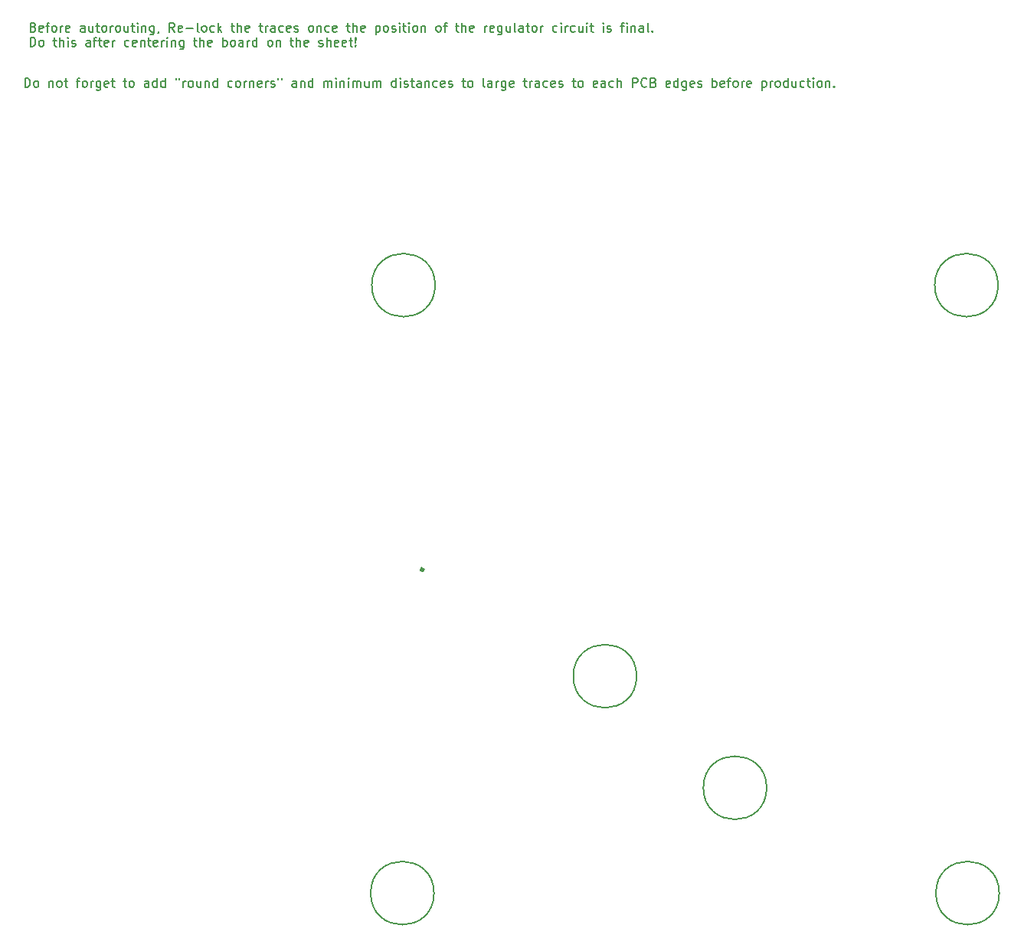
<source format=gbr>
%TF.GenerationSoftware,KiCad,Pcbnew,7.0.9*%
%TF.CreationDate,2024-06-23T11:57:03-04:00*%
%TF.ProjectId,WIRED-Seek-Board-revA1,57495245-442d-4536-9565-6b2d426f6172,Rev A1*%
%TF.SameCoordinates,Original*%
%TF.FileFunction,Other,Comment*%
%FSLAX46Y46*%
G04 Gerber Fmt 4.6, Leading zero omitted, Abs format (unit mm)*
G04 Created by KiCad (PCBNEW 7.0.9) date 2024-06-23 11:57:03*
%MOMM*%
%LPD*%
G01*
G04 APERTURE LIST*
%ADD10C,0.150000*%
%ADD11C,0.300000*%
G04 APERTURE END LIST*
D10*
X82886779Y-48968819D02*
X82886779Y-47968819D01*
X82886779Y-47968819D02*
X83124874Y-47968819D01*
X83124874Y-47968819D02*
X83267731Y-48016438D01*
X83267731Y-48016438D02*
X83362969Y-48111676D01*
X83362969Y-48111676D02*
X83410588Y-48206914D01*
X83410588Y-48206914D02*
X83458207Y-48397390D01*
X83458207Y-48397390D02*
X83458207Y-48540247D01*
X83458207Y-48540247D02*
X83410588Y-48730723D01*
X83410588Y-48730723D02*
X83362969Y-48825961D01*
X83362969Y-48825961D02*
X83267731Y-48921200D01*
X83267731Y-48921200D02*
X83124874Y-48968819D01*
X83124874Y-48968819D02*
X82886779Y-48968819D01*
X84029636Y-48968819D02*
X83934398Y-48921200D01*
X83934398Y-48921200D02*
X83886779Y-48873580D01*
X83886779Y-48873580D02*
X83839160Y-48778342D01*
X83839160Y-48778342D02*
X83839160Y-48492628D01*
X83839160Y-48492628D02*
X83886779Y-48397390D01*
X83886779Y-48397390D02*
X83934398Y-48349771D01*
X83934398Y-48349771D02*
X84029636Y-48302152D01*
X84029636Y-48302152D02*
X84172493Y-48302152D01*
X84172493Y-48302152D02*
X84267731Y-48349771D01*
X84267731Y-48349771D02*
X84315350Y-48397390D01*
X84315350Y-48397390D02*
X84362969Y-48492628D01*
X84362969Y-48492628D02*
X84362969Y-48778342D01*
X84362969Y-48778342D02*
X84315350Y-48873580D01*
X84315350Y-48873580D02*
X84267731Y-48921200D01*
X84267731Y-48921200D02*
X84172493Y-48968819D01*
X84172493Y-48968819D02*
X84029636Y-48968819D01*
X85553446Y-48302152D02*
X85553446Y-48968819D01*
X85553446Y-48397390D02*
X85601065Y-48349771D01*
X85601065Y-48349771D02*
X85696303Y-48302152D01*
X85696303Y-48302152D02*
X85839160Y-48302152D01*
X85839160Y-48302152D02*
X85934398Y-48349771D01*
X85934398Y-48349771D02*
X85982017Y-48445009D01*
X85982017Y-48445009D02*
X85982017Y-48968819D01*
X86601065Y-48968819D02*
X86505827Y-48921200D01*
X86505827Y-48921200D02*
X86458208Y-48873580D01*
X86458208Y-48873580D02*
X86410589Y-48778342D01*
X86410589Y-48778342D02*
X86410589Y-48492628D01*
X86410589Y-48492628D02*
X86458208Y-48397390D01*
X86458208Y-48397390D02*
X86505827Y-48349771D01*
X86505827Y-48349771D02*
X86601065Y-48302152D01*
X86601065Y-48302152D02*
X86743922Y-48302152D01*
X86743922Y-48302152D02*
X86839160Y-48349771D01*
X86839160Y-48349771D02*
X86886779Y-48397390D01*
X86886779Y-48397390D02*
X86934398Y-48492628D01*
X86934398Y-48492628D02*
X86934398Y-48778342D01*
X86934398Y-48778342D02*
X86886779Y-48873580D01*
X86886779Y-48873580D02*
X86839160Y-48921200D01*
X86839160Y-48921200D02*
X86743922Y-48968819D01*
X86743922Y-48968819D02*
X86601065Y-48968819D01*
X87220113Y-48302152D02*
X87601065Y-48302152D01*
X87362970Y-47968819D02*
X87362970Y-48825961D01*
X87362970Y-48825961D02*
X87410589Y-48921200D01*
X87410589Y-48921200D02*
X87505827Y-48968819D01*
X87505827Y-48968819D02*
X87601065Y-48968819D01*
X88553447Y-48302152D02*
X88934399Y-48302152D01*
X88696304Y-48968819D02*
X88696304Y-48111676D01*
X88696304Y-48111676D02*
X88743923Y-48016438D01*
X88743923Y-48016438D02*
X88839161Y-47968819D01*
X88839161Y-47968819D02*
X88934399Y-47968819D01*
X89410590Y-48968819D02*
X89315352Y-48921200D01*
X89315352Y-48921200D02*
X89267733Y-48873580D01*
X89267733Y-48873580D02*
X89220114Y-48778342D01*
X89220114Y-48778342D02*
X89220114Y-48492628D01*
X89220114Y-48492628D02*
X89267733Y-48397390D01*
X89267733Y-48397390D02*
X89315352Y-48349771D01*
X89315352Y-48349771D02*
X89410590Y-48302152D01*
X89410590Y-48302152D02*
X89553447Y-48302152D01*
X89553447Y-48302152D02*
X89648685Y-48349771D01*
X89648685Y-48349771D02*
X89696304Y-48397390D01*
X89696304Y-48397390D02*
X89743923Y-48492628D01*
X89743923Y-48492628D02*
X89743923Y-48778342D01*
X89743923Y-48778342D02*
X89696304Y-48873580D01*
X89696304Y-48873580D02*
X89648685Y-48921200D01*
X89648685Y-48921200D02*
X89553447Y-48968819D01*
X89553447Y-48968819D02*
X89410590Y-48968819D01*
X90172495Y-48968819D02*
X90172495Y-48302152D01*
X90172495Y-48492628D02*
X90220114Y-48397390D01*
X90220114Y-48397390D02*
X90267733Y-48349771D01*
X90267733Y-48349771D02*
X90362971Y-48302152D01*
X90362971Y-48302152D02*
X90458209Y-48302152D01*
X91220114Y-48302152D02*
X91220114Y-49111676D01*
X91220114Y-49111676D02*
X91172495Y-49206914D01*
X91172495Y-49206914D02*
X91124876Y-49254533D01*
X91124876Y-49254533D02*
X91029638Y-49302152D01*
X91029638Y-49302152D02*
X90886781Y-49302152D01*
X90886781Y-49302152D02*
X90791543Y-49254533D01*
X91220114Y-48921200D02*
X91124876Y-48968819D01*
X91124876Y-48968819D02*
X90934400Y-48968819D01*
X90934400Y-48968819D02*
X90839162Y-48921200D01*
X90839162Y-48921200D02*
X90791543Y-48873580D01*
X90791543Y-48873580D02*
X90743924Y-48778342D01*
X90743924Y-48778342D02*
X90743924Y-48492628D01*
X90743924Y-48492628D02*
X90791543Y-48397390D01*
X90791543Y-48397390D02*
X90839162Y-48349771D01*
X90839162Y-48349771D02*
X90934400Y-48302152D01*
X90934400Y-48302152D02*
X91124876Y-48302152D01*
X91124876Y-48302152D02*
X91220114Y-48349771D01*
X92077257Y-48921200D02*
X91982019Y-48968819D01*
X91982019Y-48968819D02*
X91791543Y-48968819D01*
X91791543Y-48968819D02*
X91696305Y-48921200D01*
X91696305Y-48921200D02*
X91648686Y-48825961D01*
X91648686Y-48825961D02*
X91648686Y-48445009D01*
X91648686Y-48445009D02*
X91696305Y-48349771D01*
X91696305Y-48349771D02*
X91791543Y-48302152D01*
X91791543Y-48302152D02*
X91982019Y-48302152D01*
X91982019Y-48302152D02*
X92077257Y-48349771D01*
X92077257Y-48349771D02*
X92124876Y-48445009D01*
X92124876Y-48445009D02*
X92124876Y-48540247D01*
X92124876Y-48540247D02*
X91648686Y-48635485D01*
X92410591Y-48302152D02*
X92791543Y-48302152D01*
X92553448Y-47968819D02*
X92553448Y-48825961D01*
X92553448Y-48825961D02*
X92601067Y-48921200D01*
X92601067Y-48921200D02*
X92696305Y-48968819D01*
X92696305Y-48968819D02*
X92791543Y-48968819D01*
X93743925Y-48302152D02*
X94124877Y-48302152D01*
X93886782Y-47968819D02*
X93886782Y-48825961D01*
X93886782Y-48825961D02*
X93934401Y-48921200D01*
X93934401Y-48921200D02*
X94029639Y-48968819D01*
X94029639Y-48968819D02*
X94124877Y-48968819D01*
X94601068Y-48968819D02*
X94505830Y-48921200D01*
X94505830Y-48921200D02*
X94458211Y-48873580D01*
X94458211Y-48873580D02*
X94410592Y-48778342D01*
X94410592Y-48778342D02*
X94410592Y-48492628D01*
X94410592Y-48492628D02*
X94458211Y-48397390D01*
X94458211Y-48397390D02*
X94505830Y-48349771D01*
X94505830Y-48349771D02*
X94601068Y-48302152D01*
X94601068Y-48302152D02*
X94743925Y-48302152D01*
X94743925Y-48302152D02*
X94839163Y-48349771D01*
X94839163Y-48349771D02*
X94886782Y-48397390D01*
X94886782Y-48397390D02*
X94934401Y-48492628D01*
X94934401Y-48492628D02*
X94934401Y-48778342D01*
X94934401Y-48778342D02*
X94886782Y-48873580D01*
X94886782Y-48873580D02*
X94839163Y-48921200D01*
X94839163Y-48921200D02*
X94743925Y-48968819D01*
X94743925Y-48968819D02*
X94601068Y-48968819D01*
X96553449Y-48968819D02*
X96553449Y-48445009D01*
X96553449Y-48445009D02*
X96505830Y-48349771D01*
X96505830Y-48349771D02*
X96410592Y-48302152D01*
X96410592Y-48302152D02*
X96220116Y-48302152D01*
X96220116Y-48302152D02*
X96124878Y-48349771D01*
X96553449Y-48921200D02*
X96458211Y-48968819D01*
X96458211Y-48968819D02*
X96220116Y-48968819D01*
X96220116Y-48968819D02*
X96124878Y-48921200D01*
X96124878Y-48921200D02*
X96077259Y-48825961D01*
X96077259Y-48825961D02*
X96077259Y-48730723D01*
X96077259Y-48730723D02*
X96124878Y-48635485D01*
X96124878Y-48635485D02*
X96220116Y-48587866D01*
X96220116Y-48587866D02*
X96458211Y-48587866D01*
X96458211Y-48587866D02*
X96553449Y-48540247D01*
X97458211Y-48968819D02*
X97458211Y-47968819D01*
X97458211Y-48921200D02*
X97362973Y-48968819D01*
X97362973Y-48968819D02*
X97172497Y-48968819D01*
X97172497Y-48968819D02*
X97077259Y-48921200D01*
X97077259Y-48921200D02*
X97029640Y-48873580D01*
X97029640Y-48873580D02*
X96982021Y-48778342D01*
X96982021Y-48778342D02*
X96982021Y-48492628D01*
X96982021Y-48492628D02*
X97029640Y-48397390D01*
X97029640Y-48397390D02*
X97077259Y-48349771D01*
X97077259Y-48349771D02*
X97172497Y-48302152D01*
X97172497Y-48302152D02*
X97362973Y-48302152D01*
X97362973Y-48302152D02*
X97458211Y-48349771D01*
X98362973Y-48968819D02*
X98362973Y-47968819D01*
X98362973Y-48921200D02*
X98267735Y-48968819D01*
X98267735Y-48968819D02*
X98077259Y-48968819D01*
X98077259Y-48968819D02*
X97982021Y-48921200D01*
X97982021Y-48921200D02*
X97934402Y-48873580D01*
X97934402Y-48873580D02*
X97886783Y-48778342D01*
X97886783Y-48778342D02*
X97886783Y-48492628D01*
X97886783Y-48492628D02*
X97934402Y-48397390D01*
X97934402Y-48397390D02*
X97982021Y-48349771D01*
X97982021Y-48349771D02*
X98077259Y-48302152D01*
X98077259Y-48302152D02*
X98267735Y-48302152D01*
X98267735Y-48302152D02*
X98362973Y-48349771D01*
X99553450Y-47968819D02*
X99553450Y-48159295D01*
X99934402Y-47968819D02*
X99934402Y-48159295D01*
X100362974Y-48968819D02*
X100362974Y-48302152D01*
X100362974Y-48492628D02*
X100410593Y-48397390D01*
X100410593Y-48397390D02*
X100458212Y-48349771D01*
X100458212Y-48349771D02*
X100553450Y-48302152D01*
X100553450Y-48302152D02*
X100648688Y-48302152D01*
X101124879Y-48968819D02*
X101029641Y-48921200D01*
X101029641Y-48921200D02*
X100982022Y-48873580D01*
X100982022Y-48873580D02*
X100934403Y-48778342D01*
X100934403Y-48778342D02*
X100934403Y-48492628D01*
X100934403Y-48492628D02*
X100982022Y-48397390D01*
X100982022Y-48397390D02*
X101029641Y-48349771D01*
X101029641Y-48349771D02*
X101124879Y-48302152D01*
X101124879Y-48302152D02*
X101267736Y-48302152D01*
X101267736Y-48302152D02*
X101362974Y-48349771D01*
X101362974Y-48349771D02*
X101410593Y-48397390D01*
X101410593Y-48397390D02*
X101458212Y-48492628D01*
X101458212Y-48492628D02*
X101458212Y-48778342D01*
X101458212Y-48778342D02*
X101410593Y-48873580D01*
X101410593Y-48873580D02*
X101362974Y-48921200D01*
X101362974Y-48921200D02*
X101267736Y-48968819D01*
X101267736Y-48968819D02*
X101124879Y-48968819D01*
X102315355Y-48302152D02*
X102315355Y-48968819D01*
X101886784Y-48302152D02*
X101886784Y-48825961D01*
X101886784Y-48825961D02*
X101934403Y-48921200D01*
X101934403Y-48921200D02*
X102029641Y-48968819D01*
X102029641Y-48968819D02*
X102172498Y-48968819D01*
X102172498Y-48968819D02*
X102267736Y-48921200D01*
X102267736Y-48921200D02*
X102315355Y-48873580D01*
X102791546Y-48302152D02*
X102791546Y-48968819D01*
X102791546Y-48397390D02*
X102839165Y-48349771D01*
X102839165Y-48349771D02*
X102934403Y-48302152D01*
X102934403Y-48302152D02*
X103077260Y-48302152D01*
X103077260Y-48302152D02*
X103172498Y-48349771D01*
X103172498Y-48349771D02*
X103220117Y-48445009D01*
X103220117Y-48445009D02*
X103220117Y-48968819D01*
X104124879Y-48968819D02*
X104124879Y-47968819D01*
X104124879Y-48921200D02*
X104029641Y-48968819D01*
X104029641Y-48968819D02*
X103839165Y-48968819D01*
X103839165Y-48968819D02*
X103743927Y-48921200D01*
X103743927Y-48921200D02*
X103696308Y-48873580D01*
X103696308Y-48873580D02*
X103648689Y-48778342D01*
X103648689Y-48778342D02*
X103648689Y-48492628D01*
X103648689Y-48492628D02*
X103696308Y-48397390D01*
X103696308Y-48397390D02*
X103743927Y-48349771D01*
X103743927Y-48349771D02*
X103839165Y-48302152D01*
X103839165Y-48302152D02*
X104029641Y-48302152D01*
X104029641Y-48302152D02*
X104124879Y-48349771D01*
X105791546Y-48921200D02*
X105696308Y-48968819D01*
X105696308Y-48968819D02*
X105505832Y-48968819D01*
X105505832Y-48968819D02*
X105410594Y-48921200D01*
X105410594Y-48921200D02*
X105362975Y-48873580D01*
X105362975Y-48873580D02*
X105315356Y-48778342D01*
X105315356Y-48778342D02*
X105315356Y-48492628D01*
X105315356Y-48492628D02*
X105362975Y-48397390D01*
X105362975Y-48397390D02*
X105410594Y-48349771D01*
X105410594Y-48349771D02*
X105505832Y-48302152D01*
X105505832Y-48302152D02*
X105696308Y-48302152D01*
X105696308Y-48302152D02*
X105791546Y-48349771D01*
X106362975Y-48968819D02*
X106267737Y-48921200D01*
X106267737Y-48921200D02*
X106220118Y-48873580D01*
X106220118Y-48873580D02*
X106172499Y-48778342D01*
X106172499Y-48778342D02*
X106172499Y-48492628D01*
X106172499Y-48492628D02*
X106220118Y-48397390D01*
X106220118Y-48397390D02*
X106267737Y-48349771D01*
X106267737Y-48349771D02*
X106362975Y-48302152D01*
X106362975Y-48302152D02*
X106505832Y-48302152D01*
X106505832Y-48302152D02*
X106601070Y-48349771D01*
X106601070Y-48349771D02*
X106648689Y-48397390D01*
X106648689Y-48397390D02*
X106696308Y-48492628D01*
X106696308Y-48492628D02*
X106696308Y-48778342D01*
X106696308Y-48778342D02*
X106648689Y-48873580D01*
X106648689Y-48873580D02*
X106601070Y-48921200D01*
X106601070Y-48921200D02*
X106505832Y-48968819D01*
X106505832Y-48968819D02*
X106362975Y-48968819D01*
X107124880Y-48968819D02*
X107124880Y-48302152D01*
X107124880Y-48492628D02*
X107172499Y-48397390D01*
X107172499Y-48397390D02*
X107220118Y-48349771D01*
X107220118Y-48349771D02*
X107315356Y-48302152D01*
X107315356Y-48302152D02*
X107410594Y-48302152D01*
X107743928Y-48302152D02*
X107743928Y-48968819D01*
X107743928Y-48397390D02*
X107791547Y-48349771D01*
X107791547Y-48349771D02*
X107886785Y-48302152D01*
X107886785Y-48302152D02*
X108029642Y-48302152D01*
X108029642Y-48302152D02*
X108124880Y-48349771D01*
X108124880Y-48349771D02*
X108172499Y-48445009D01*
X108172499Y-48445009D02*
X108172499Y-48968819D01*
X109029642Y-48921200D02*
X108934404Y-48968819D01*
X108934404Y-48968819D02*
X108743928Y-48968819D01*
X108743928Y-48968819D02*
X108648690Y-48921200D01*
X108648690Y-48921200D02*
X108601071Y-48825961D01*
X108601071Y-48825961D02*
X108601071Y-48445009D01*
X108601071Y-48445009D02*
X108648690Y-48349771D01*
X108648690Y-48349771D02*
X108743928Y-48302152D01*
X108743928Y-48302152D02*
X108934404Y-48302152D01*
X108934404Y-48302152D02*
X109029642Y-48349771D01*
X109029642Y-48349771D02*
X109077261Y-48445009D01*
X109077261Y-48445009D02*
X109077261Y-48540247D01*
X109077261Y-48540247D02*
X108601071Y-48635485D01*
X109505833Y-48968819D02*
X109505833Y-48302152D01*
X109505833Y-48492628D02*
X109553452Y-48397390D01*
X109553452Y-48397390D02*
X109601071Y-48349771D01*
X109601071Y-48349771D02*
X109696309Y-48302152D01*
X109696309Y-48302152D02*
X109791547Y-48302152D01*
X110077262Y-48921200D02*
X110172500Y-48968819D01*
X110172500Y-48968819D02*
X110362976Y-48968819D01*
X110362976Y-48968819D02*
X110458214Y-48921200D01*
X110458214Y-48921200D02*
X110505833Y-48825961D01*
X110505833Y-48825961D02*
X110505833Y-48778342D01*
X110505833Y-48778342D02*
X110458214Y-48683104D01*
X110458214Y-48683104D02*
X110362976Y-48635485D01*
X110362976Y-48635485D02*
X110220119Y-48635485D01*
X110220119Y-48635485D02*
X110124881Y-48587866D01*
X110124881Y-48587866D02*
X110077262Y-48492628D01*
X110077262Y-48492628D02*
X110077262Y-48445009D01*
X110077262Y-48445009D02*
X110124881Y-48349771D01*
X110124881Y-48349771D02*
X110220119Y-48302152D01*
X110220119Y-48302152D02*
X110362976Y-48302152D01*
X110362976Y-48302152D02*
X110458214Y-48349771D01*
X110886786Y-47968819D02*
X110886786Y-48159295D01*
X111267738Y-47968819D02*
X111267738Y-48159295D01*
X112886786Y-48968819D02*
X112886786Y-48445009D01*
X112886786Y-48445009D02*
X112839167Y-48349771D01*
X112839167Y-48349771D02*
X112743929Y-48302152D01*
X112743929Y-48302152D02*
X112553453Y-48302152D01*
X112553453Y-48302152D02*
X112458215Y-48349771D01*
X112886786Y-48921200D02*
X112791548Y-48968819D01*
X112791548Y-48968819D02*
X112553453Y-48968819D01*
X112553453Y-48968819D02*
X112458215Y-48921200D01*
X112458215Y-48921200D02*
X112410596Y-48825961D01*
X112410596Y-48825961D02*
X112410596Y-48730723D01*
X112410596Y-48730723D02*
X112458215Y-48635485D01*
X112458215Y-48635485D02*
X112553453Y-48587866D01*
X112553453Y-48587866D02*
X112791548Y-48587866D01*
X112791548Y-48587866D02*
X112886786Y-48540247D01*
X113362977Y-48302152D02*
X113362977Y-48968819D01*
X113362977Y-48397390D02*
X113410596Y-48349771D01*
X113410596Y-48349771D02*
X113505834Y-48302152D01*
X113505834Y-48302152D02*
X113648691Y-48302152D01*
X113648691Y-48302152D02*
X113743929Y-48349771D01*
X113743929Y-48349771D02*
X113791548Y-48445009D01*
X113791548Y-48445009D02*
X113791548Y-48968819D01*
X114696310Y-48968819D02*
X114696310Y-47968819D01*
X114696310Y-48921200D02*
X114601072Y-48968819D01*
X114601072Y-48968819D02*
X114410596Y-48968819D01*
X114410596Y-48968819D02*
X114315358Y-48921200D01*
X114315358Y-48921200D02*
X114267739Y-48873580D01*
X114267739Y-48873580D02*
X114220120Y-48778342D01*
X114220120Y-48778342D02*
X114220120Y-48492628D01*
X114220120Y-48492628D02*
X114267739Y-48397390D01*
X114267739Y-48397390D02*
X114315358Y-48349771D01*
X114315358Y-48349771D02*
X114410596Y-48302152D01*
X114410596Y-48302152D02*
X114601072Y-48302152D01*
X114601072Y-48302152D02*
X114696310Y-48349771D01*
X115934406Y-48968819D02*
X115934406Y-48302152D01*
X115934406Y-48397390D02*
X115982025Y-48349771D01*
X115982025Y-48349771D02*
X116077263Y-48302152D01*
X116077263Y-48302152D02*
X116220120Y-48302152D01*
X116220120Y-48302152D02*
X116315358Y-48349771D01*
X116315358Y-48349771D02*
X116362977Y-48445009D01*
X116362977Y-48445009D02*
X116362977Y-48968819D01*
X116362977Y-48445009D02*
X116410596Y-48349771D01*
X116410596Y-48349771D02*
X116505834Y-48302152D01*
X116505834Y-48302152D02*
X116648691Y-48302152D01*
X116648691Y-48302152D02*
X116743930Y-48349771D01*
X116743930Y-48349771D02*
X116791549Y-48445009D01*
X116791549Y-48445009D02*
X116791549Y-48968819D01*
X117267739Y-48968819D02*
X117267739Y-48302152D01*
X117267739Y-47968819D02*
X117220120Y-48016438D01*
X117220120Y-48016438D02*
X117267739Y-48064057D01*
X117267739Y-48064057D02*
X117315358Y-48016438D01*
X117315358Y-48016438D02*
X117267739Y-47968819D01*
X117267739Y-47968819D02*
X117267739Y-48064057D01*
X117743929Y-48302152D02*
X117743929Y-48968819D01*
X117743929Y-48397390D02*
X117791548Y-48349771D01*
X117791548Y-48349771D02*
X117886786Y-48302152D01*
X117886786Y-48302152D02*
X118029643Y-48302152D01*
X118029643Y-48302152D02*
X118124881Y-48349771D01*
X118124881Y-48349771D02*
X118172500Y-48445009D01*
X118172500Y-48445009D02*
X118172500Y-48968819D01*
X118648691Y-48968819D02*
X118648691Y-48302152D01*
X118648691Y-47968819D02*
X118601072Y-48016438D01*
X118601072Y-48016438D02*
X118648691Y-48064057D01*
X118648691Y-48064057D02*
X118696310Y-48016438D01*
X118696310Y-48016438D02*
X118648691Y-47968819D01*
X118648691Y-47968819D02*
X118648691Y-48064057D01*
X119124881Y-48968819D02*
X119124881Y-48302152D01*
X119124881Y-48397390D02*
X119172500Y-48349771D01*
X119172500Y-48349771D02*
X119267738Y-48302152D01*
X119267738Y-48302152D02*
X119410595Y-48302152D01*
X119410595Y-48302152D02*
X119505833Y-48349771D01*
X119505833Y-48349771D02*
X119553452Y-48445009D01*
X119553452Y-48445009D02*
X119553452Y-48968819D01*
X119553452Y-48445009D02*
X119601071Y-48349771D01*
X119601071Y-48349771D02*
X119696309Y-48302152D01*
X119696309Y-48302152D02*
X119839166Y-48302152D01*
X119839166Y-48302152D02*
X119934405Y-48349771D01*
X119934405Y-48349771D02*
X119982024Y-48445009D01*
X119982024Y-48445009D02*
X119982024Y-48968819D01*
X120886785Y-48302152D02*
X120886785Y-48968819D01*
X120458214Y-48302152D02*
X120458214Y-48825961D01*
X120458214Y-48825961D02*
X120505833Y-48921200D01*
X120505833Y-48921200D02*
X120601071Y-48968819D01*
X120601071Y-48968819D02*
X120743928Y-48968819D01*
X120743928Y-48968819D02*
X120839166Y-48921200D01*
X120839166Y-48921200D02*
X120886785Y-48873580D01*
X121362976Y-48968819D02*
X121362976Y-48302152D01*
X121362976Y-48397390D02*
X121410595Y-48349771D01*
X121410595Y-48349771D02*
X121505833Y-48302152D01*
X121505833Y-48302152D02*
X121648690Y-48302152D01*
X121648690Y-48302152D02*
X121743928Y-48349771D01*
X121743928Y-48349771D02*
X121791547Y-48445009D01*
X121791547Y-48445009D02*
X121791547Y-48968819D01*
X121791547Y-48445009D02*
X121839166Y-48349771D01*
X121839166Y-48349771D02*
X121934404Y-48302152D01*
X121934404Y-48302152D02*
X122077261Y-48302152D01*
X122077261Y-48302152D02*
X122172500Y-48349771D01*
X122172500Y-48349771D02*
X122220119Y-48445009D01*
X122220119Y-48445009D02*
X122220119Y-48968819D01*
X123886785Y-48968819D02*
X123886785Y-47968819D01*
X123886785Y-48921200D02*
X123791547Y-48968819D01*
X123791547Y-48968819D02*
X123601071Y-48968819D01*
X123601071Y-48968819D02*
X123505833Y-48921200D01*
X123505833Y-48921200D02*
X123458214Y-48873580D01*
X123458214Y-48873580D02*
X123410595Y-48778342D01*
X123410595Y-48778342D02*
X123410595Y-48492628D01*
X123410595Y-48492628D02*
X123458214Y-48397390D01*
X123458214Y-48397390D02*
X123505833Y-48349771D01*
X123505833Y-48349771D02*
X123601071Y-48302152D01*
X123601071Y-48302152D02*
X123791547Y-48302152D01*
X123791547Y-48302152D02*
X123886785Y-48349771D01*
X124362976Y-48968819D02*
X124362976Y-48302152D01*
X124362976Y-47968819D02*
X124315357Y-48016438D01*
X124315357Y-48016438D02*
X124362976Y-48064057D01*
X124362976Y-48064057D02*
X124410595Y-48016438D01*
X124410595Y-48016438D02*
X124362976Y-47968819D01*
X124362976Y-47968819D02*
X124362976Y-48064057D01*
X124791547Y-48921200D02*
X124886785Y-48968819D01*
X124886785Y-48968819D02*
X125077261Y-48968819D01*
X125077261Y-48968819D02*
X125172499Y-48921200D01*
X125172499Y-48921200D02*
X125220118Y-48825961D01*
X125220118Y-48825961D02*
X125220118Y-48778342D01*
X125220118Y-48778342D02*
X125172499Y-48683104D01*
X125172499Y-48683104D02*
X125077261Y-48635485D01*
X125077261Y-48635485D02*
X124934404Y-48635485D01*
X124934404Y-48635485D02*
X124839166Y-48587866D01*
X124839166Y-48587866D02*
X124791547Y-48492628D01*
X124791547Y-48492628D02*
X124791547Y-48445009D01*
X124791547Y-48445009D02*
X124839166Y-48349771D01*
X124839166Y-48349771D02*
X124934404Y-48302152D01*
X124934404Y-48302152D02*
X125077261Y-48302152D01*
X125077261Y-48302152D02*
X125172499Y-48349771D01*
X125505833Y-48302152D02*
X125886785Y-48302152D01*
X125648690Y-47968819D02*
X125648690Y-48825961D01*
X125648690Y-48825961D02*
X125696309Y-48921200D01*
X125696309Y-48921200D02*
X125791547Y-48968819D01*
X125791547Y-48968819D02*
X125886785Y-48968819D01*
X126648690Y-48968819D02*
X126648690Y-48445009D01*
X126648690Y-48445009D02*
X126601071Y-48349771D01*
X126601071Y-48349771D02*
X126505833Y-48302152D01*
X126505833Y-48302152D02*
X126315357Y-48302152D01*
X126315357Y-48302152D02*
X126220119Y-48349771D01*
X126648690Y-48921200D02*
X126553452Y-48968819D01*
X126553452Y-48968819D02*
X126315357Y-48968819D01*
X126315357Y-48968819D02*
X126220119Y-48921200D01*
X126220119Y-48921200D02*
X126172500Y-48825961D01*
X126172500Y-48825961D02*
X126172500Y-48730723D01*
X126172500Y-48730723D02*
X126220119Y-48635485D01*
X126220119Y-48635485D02*
X126315357Y-48587866D01*
X126315357Y-48587866D02*
X126553452Y-48587866D01*
X126553452Y-48587866D02*
X126648690Y-48540247D01*
X127124881Y-48302152D02*
X127124881Y-48968819D01*
X127124881Y-48397390D02*
X127172500Y-48349771D01*
X127172500Y-48349771D02*
X127267738Y-48302152D01*
X127267738Y-48302152D02*
X127410595Y-48302152D01*
X127410595Y-48302152D02*
X127505833Y-48349771D01*
X127505833Y-48349771D02*
X127553452Y-48445009D01*
X127553452Y-48445009D02*
X127553452Y-48968819D01*
X128458214Y-48921200D02*
X128362976Y-48968819D01*
X128362976Y-48968819D02*
X128172500Y-48968819D01*
X128172500Y-48968819D02*
X128077262Y-48921200D01*
X128077262Y-48921200D02*
X128029643Y-48873580D01*
X128029643Y-48873580D02*
X127982024Y-48778342D01*
X127982024Y-48778342D02*
X127982024Y-48492628D01*
X127982024Y-48492628D02*
X128029643Y-48397390D01*
X128029643Y-48397390D02*
X128077262Y-48349771D01*
X128077262Y-48349771D02*
X128172500Y-48302152D01*
X128172500Y-48302152D02*
X128362976Y-48302152D01*
X128362976Y-48302152D02*
X128458214Y-48349771D01*
X129267738Y-48921200D02*
X129172500Y-48968819D01*
X129172500Y-48968819D02*
X128982024Y-48968819D01*
X128982024Y-48968819D02*
X128886786Y-48921200D01*
X128886786Y-48921200D02*
X128839167Y-48825961D01*
X128839167Y-48825961D02*
X128839167Y-48445009D01*
X128839167Y-48445009D02*
X128886786Y-48349771D01*
X128886786Y-48349771D02*
X128982024Y-48302152D01*
X128982024Y-48302152D02*
X129172500Y-48302152D01*
X129172500Y-48302152D02*
X129267738Y-48349771D01*
X129267738Y-48349771D02*
X129315357Y-48445009D01*
X129315357Y-48445009D02*
X129315357Y-48540247D01*
X129315357Y-48540247D02*
X128839167Y-48635485D01*
X129696310Y-48921200D02*
X129791548Y-48968819D01*
X129791548Y-48968819D02*
X129982024Y-48968819D01*
X129982024Y-48968819D02*
X130077262Y-48921200D01*
X130077262Y-48921200D02*
X130124881Y-48825961D01*
X130124881Y-48825961D02*
X130124881Y-48778342D01*
X130124881Y-48778342D02*
X130077262Y-48683104D01*
X130077262Y-48683104D02*
X129982024Y-48635485D01*
X129982024Y-48635485D02*
X129839167Y-48635485D01*
X129839167Y-48635485D02*
X129743929Y-48587866D01*
X129743929Y-48587866D02*
X129696310Y-48492628D01*
X129696310Y-48492628D02*
X129696310Y-48445009D01*
X129696310Y-48445009D02*
X129743929Y-48349771D01*
X129743929Y-48349771D02*
X129839167Y-48302152D01*
X129839167Y-48302152D02*
X129982024Y-48302152D01*
X129982024Y-48302152D02*
X130077262Y-48349771D01*
X131172501Y-48302152D02*
X131553453Y-48302152D01*
X131315358Y-47968819D02*
X131315358Y-48825961D01*
X131315358Y-48825961D02*
X131362977Y-48921200D01*
X131362977Y-48921200D02*
X131458215Y-48968819D01*
X131458215Y-48968819D02*
X131553453Y-48968819D01*
X132029644Y-48968819D02*
X131934406Y-48921200D01*
X131934406Y-48921200D02*
X131886787Y-48873580D01*
X131886787Y-48873580D02*
X131839168Y-48778342D01*
X131839168Y-48778342D02*
X131839168Y-48492628D01*
X131839168Y-48492628D02*
X131886787Y-48397390D01*
X131886787Y-48397390D02*
X131934406Y-48349771D01*
X131934406Y-48349771D02*
X132029644Y-48302152D01*
X132029644Y-48302152D02*
X132172501Y-48302152D01*
X132172501Y-48302152D02*
X132267739Y-48349771D01*
X132267739Y-48349771D02*
X132315358Y-48397390D01*
X132315358Y-48397390D02*
X132362977Y-48492628D01*
X132362977Y-48492628D02*
X132362977Y-48778342D01*
X132362977Y-48778342D02*
X132315358Y-48873580D01*
X132315358Y-48873580D02*
X132267739Y-48921200D01*
X132267739Y-48921200D02*
X132172501Y-48968819D01*
X132172501Y-48968819D02*
X132029644Y-48968819D01*
X133696311Y-48968819D02*
X133601073Y-48921200D01*
X133601073Y-48921200D02*
X133553454Y-48825961D01*
X133553454Y-48825961D02*
X133553454Y-47968819D01*
X134505835Y-48968819D02*
X134505835Y-48445009D01*
X134505835Y-48445009D02*
X134458216Y-48349771D01*
X134458216Y-48349771D02*
X134362978Y-48302152D01*
X134362978Y-48302152D02*
X134172502Y-48302152D01*
X134172502Y-48302152D02*
X134077264Y-48349771D01*
X134505835Y-48921200D02*
X134410597Y-48968819D01*
X134410597Y-48968819D02*
X134172502Y-48968819D01*
X134172502Y-48968819D02*
X134077264Y-48921200D01*
X134077264Y-48921200D02*
X134029645Y-48825961D01*
X134029645Y-48825961D02*
X134029645Y-48730723D01*
X134029645Y-48730723D02*
X134077264Y-48635485D01*
X134077264Y-48635485D02*
X134172502Y-48587866D01*
X134172502Y-48587866D02*
X134410597Y-48587866D01*
X134410597Y-48587866D02*
X134505835Y-48540247D01*
X134982026Y-48968819D02*
X134982026Y-48302152D01*
X134982026Y-48492628D02*
X135029645Y-48397390D01*
X135029645Y-48397390D02*
X135077264Y-48349771D01*
X135077264Y-48349771D02*
X135172502Y-48302152D01*
X135172502Y-48302152D02*
X135267740Y-48302152D01*
X136029645Y-48302152D02*
X136029645Y-49111676D01*
X136029645Y-49111676D02*
X135982026Y-49206914D01*
X135982026Y-49206914D02*
X135934407Y-49254533D01*
X135934407Y-49254533D02*
X135839169Y-49302152D01*
X135839169Y-49302152D02*
X135696312Y-49302152D01*
X135696312Y-49302152D02*
X135601074Y-49254533D01*
X136029645Y-48921200D02*
X135934407Y-48968819D01*
X135934407Y-48968819D02*
X135743931Y-48968819D01*
X135743931Y-48968819D02*
X135648693Y-48921200D01*
X135648693Y-48921200D02*
X135601074Y-48873580D01*
X135601074Y-48873580D02*
X135553455Y-48778342D01*
X135553455Y-48778342D02*
X135553455Y-48492628D01*
X135553455Y-48492628D02*
X135601074Y-48397390D01*
X135601074Y-48397390D02*
X135648693Y-48349771D01*
X135648693Y-48349771D02*
X135743931Y-48302152D01*
X135743931Y-48302152D02*
X135934407Y-48302152D01*
X135934407Y-48302152D02*
X136029645Y-48349771D01*
X136886788Y-48921200D02*
X136791550Y-48968819D01*
X136791550Y-48968819D02*
X136601074Y-48968819D01*
X136601074Y-48968819D02*
X136505836Y-48921200D01*
X136505836Y-48921200D02*
X136458217Y-48825961D01*
X136458217Y-48825961D02*
X136458217Y-48445009D01*
X136458217Y-48445009D02*
X136505836Y-48349771D01*
X136505836Y-48349771D02*
X136601074Y-48302152D01*
X136601074Y-48302152D02*
X136791550Y-48302152D01*
X136791550Y-48302152D02*
X136886788Y-48349771D01*
X136886788Y-48349771D02*
X136934407Y-48445009D01*
X136934407Y-48445009D02*
X136934407Y-48540247D01*
X136934407Y-48540247D02*
X136458217Y-48635485D01*
X137982027Y-48302152D02*
X138362979Y-48302152D01*
X138124884Y-47968819D02*
X138124884Y-48825961D01*
X138124884Y-48825961D02*
X138172503Y-48921200D01*
X138172503Y-48921200D02*
X138267741Y-48968819D01*
X138267741Y-48968819D02*
X138362979Y-48968819D01*
X138696313Y-48968819D02*
X138696313Y-48302152D01*
X138696313Y-48492628D02*
X138743932Y-48397390D01*
X138743932Y-48397390D02*
X138791551Y-48349771D01*
X138791551Y-48349771D02*
X138886789Y-48302152D01*
X138886789Y-48302152D02*
X138982027Y-48302152D01*
X139743932Y-48968819D02*
X139743932Y-48445009D01*
X139743932Y-48445009D02*
X139696313Y-48349771D01*
X139696313Y-48349771D02*
X139601075Y-48302152D01*
X139601075Y-48302152D02*
X139410599Y-48302152D01*
X139410599Y-48302152D02*
X139315361Y-48349771D01*
X139743932Y-48921200D02*
X139648694Y-48968819D01*
X139648694Y-48968819D02*
X139410599Y-48968819D01*
X139410599Y-48968819D02*
X139315361Y-48921200D01*
X139315361Y-48921200D02*
X139267742Y-48825961D01*
X139267742Y-48825961D02*
X139267742Y-48730723D01*
X139267742Y-48730723D02*
X139315361Y-48635485D01*
X139315361Y-48635485D02*
X139410599Y-48587866D01*
X139410599Y-48587866D02*
X139648694Y-48587866D01*
X139648694Y-48587866D02*
X139743932Y-48540247D01*
X140648694Y-48921200D02*
X140553456Y-48968819D01*
X140553456Y-48968819D02*
X140362980Y-48968819D01*
X140362980Y-48968819D02*
X140267742Y-48921200D01*
X140267742Y-48921200D02*
X140220123Y-48873580D01*
X140220123Y-48873580D02*
X140172504Y-48778342D01*
X140172504Y-48778342D02*
X140172504Y-48492628D01*
X140172504Y-48492628D02*
X140220123Y-48397390D01*
X140220123Y-48397390D02*
X140267742Y-48349771D01*
X140267742Y-48349771D02*
X140362980Y-48302152D01*
X140362980Y-48302152D02*
X140553456Y-48302152D01*
X140553456Y-48302152D02*
X140648694Y-48349771D01*
X141458218Y-48921200D02*
X141362980Y-48968819D01*
X141362980Y-48968819D02*
X141172504Y-48968819D01*
X141172504Y-48968819D02*
X141077266Y-48921200D01*
X141077266Y-48921200D02*
X141029647Y-48825961D01*
X141029647Y-48825961D02*
X141029647Y-48445009D01*
X141029647Y-48445009D02*
X141077266Y-48349771D01*
X141077266Y-48349771D02*
X141172504Y-48302152D01*
X141172504Y-48302152D02*
X141362980Y-48302152D01*
X141362980Y-48302152D02*
X141458218Y-48349771D01*
X141458218Y-48349771D02*
X141505837Y-48445009D01*
X141505837Y-48445009D02*
X141505837Y-48540247D01*
X141505837Y-48540247D02*
X141029647Y-48635485D01*
X141886790Y-48921200D02*
X141982028Y-48968819D01*
X141982028Y-48968819D02*
X142172504Y-48968819D01*
X142172504Y-48968819D02*
X142267742Y-48921200D01*
X142267742Y-48921200D02*
X142315361Y-48825961D01*
X142315361Y-48825961D02*
X142315361Y-48778342D01*
X142315361Y-48778342D02*
X142267742Y-48683104D01*
X142267742Y-48683104D02*
X142172504Y-48635485D01*
X142172504Y-48635485D02*
X142029647Y-48635485D01*
X142029647Y-48635485D02*
X141934409Y-48587866D01*
X141934409Y-48587866D02*
X141886790Y-48492628D01*
X141886790Y-48492628D02*
X141886790Y-48445009D01*
X141886790Y-48445009D02*
X141934409Y-48349771D01*
X141934409Y-48349771D02*
X142029647Y-48302152D01*
X142029647Y-48302152D02*
X142172504Y-48302152D01*
X142172504Y-48302152D02*
X142267742Y-48349771D01*
X143362981Y-48302152D02*
X143743933Y-48302152D01*
X143505838Y-47968819D02*
X143505838Y-48825961D01*
X143505838Y-48825961D02*
X143553457Y-48921200D01*
X143553457Y-48921200D02*
X143648695Y-48968819D01*
X143648695Y-48968819D02*
X143743933Y-48968819D01*
X144220124Y-48968819D02*
X144124886Y-48921200D01*
X144124886Y-48921200D02*
X144077267Y-48873580D01*
X144077267Y-48873580D02*
X144029648Y-48778342D01*
X144029648Y-48778342D02*
X144029648Y-48492628D01*
X144029648Y-48492628D02*
X144077267Y-48397390D01*
X144077267Y-48397390D02*
X144124886Y-48349771D01*
X144124886Y-48349771D02*
X144220124Y-48302152D01*
X144220124Y-48302152D02*
X144362981Y-48302152D01*
X144362981Y-48302152D02*
X144458219Y-48349771D01*
X144458219Y-48349771D02*
X144505838Y-48397390D01*
X144505838Y-48397390D02*
X144553457Y-48492628D01*
X144553457Y-48492628D02*
X144553457Y-48778342D01*
X144553457Y-48778342D02*
X144505838Y-48873580D01*
X144505838Y-48873580D02*
X144458219Y-48921200D01*
X144458219Y-48921200D02*
X144362981Y-48968819D01*
X144362981Y-48968819D02*
X144220124Y-48968819D01*
X146124886Y-48921200D02*
X146029648Y-48968819D01*
X146029648Y-48968819D02*
X145839172Y-48968819D01*
X145839172Y-48968819D02*
X145743934Y-48921200D01*
X145743934Y-48921200D02*
X145696315Y-48825961D01*
X145696315Y-48825961D02*
X145696315Y-48445009D01*
X145696315Y-48445009D02*
X145743934Y-48349771D01*
X145743934Y-48349771D02*
X145839172Y-48302152D01*
X145839172Y-48302152D02*
X146029648Y-48302152D01*
X146029648Y-48302152D02*
X146124886Y-48349771D01*
X146124886Y-48349771D02*
X146172505Y-48445009D01*
X146172505Y-48445009D02*
X146172505Y-48540247D01*
X146172505Y-48540247D02*
X145696315Y-48635485D01*
X147029648Y-48968819D02*
X147029648Y-48445009D01*
X147029648Y-48445009D02*
X146982029Y-48349771D01*
X146982029Y-48349771D02*
X146886791Y-48302152D01*
X146886791Y-48302152D02*
X146696315Y-48302152D01*
X146696315Y-48302152D02*
X146601077Y-48349771D01*
X147029648Y-48921200D02*
X146934410Y-48968819D01*
X146934410Y-48968819D02*
X146696315Y-48968819D01*
X146696315Y-48968819D02*
X146601077Y-48921200D01*
X146601077Y-48921200D02*
X146553458Y-48825961D01*
X146553458Y-48825961D02*
X146553458Y-48730723D01*
X146553458Y-48730723D02*
X146601077Y-48635485D01*
X146601077Y-48635485D02*
X146696315Y-48587866D01*
X146696315Y-48587866D02*
X146934410Y-48587866D01*
X146934410Y-48587866D02*
X147029648Y-48540247D01*
X147934410Y-48921200D02*
X147839172Y-48968819D01*
X147839172Y-48968819D02*
X147648696Y-48968819D01*
X147648696Y-48968819D02*
X147553458Y-48921200D01*
X147553458Y-48921200D02*
X147505839Y-48873580D01*
X147505839Y-48873580D02*
X147458220Y-48778342D01*
X147458220Y-48778342D02*
X147458220Y-48492628D01*
X147458220Y-48492628D02*
X147505839Y-48397390D01*
X147505839Y-48397390D02*
X147553458Y-48349771D01*
X147553458Y-48349771D02*
X147648696Y-48302152D01*
X147648696Y-48302152D02*
X147839172Y-48302152D01*
X147839172Y-48302152D02*
X147934410Y-48349771D01*
X148362982Y-48968819D02*
X148362982Y-47968819D01*
X148791553Y-48968819D02*
X148791553Y-48445009D01*
X148791553Y-48445009D02*
X148743934Y-48349771D01*
X148743934Y-48349771D02*
X148648696Y-48302152D01*
X148648696Y-48302152D02*
X148505839Y-48302152D01*
X148505839Y-48302152D02*
X148410601Y-48349771D01*
X148410601Y-48349771D02*
X148362982Y-48397390D01*
X150029649Y-48968819D02*
X150029649Y-47968819D01*
X150029649Y-47968819D02*
X150410601Y-47968819D01*
X150410601Y-47968819D02*
X150505839Y-48016438D01*
X150505839Y-48016438D02*
X150553458Y-48064057D01*
X150553458Y-48064057D02*
X150601077Y-48159295D01*
X150601077Y-48159295D02*
X150601077Y-48302152D01*
X150601077Y-48302152D02*
X150553458Y-48397390D01*
X150553458Y-48397390D02*
X150505839Y-48445009D01*
X150505839Y-48445009D02*
X150410601Y-48492628D01*
X150410601Y-48492628D02*
X150029649Y-48492628D01*
X151601077Y-48873580D02*
X151553458Y-48921200D01*
X151553458Y-48921200D02*
X151410601Y-48968819D01*
X151410601Y-48968819D02*
X151315363Y-48968819D01*
X151315363Y-48968819D02*
X151172506Y-48921200D01*
X151172506Y-48921200D02*
X151077268Y-48825961D01*
X151077268Y-48825961D02*
X151029649Y-48730723D01*
X151029649Y-48730723D02*
X150982030Y-48540247D01*
X150982030Y-48540247D02*
X150982030Y-48397390D01*
X150982030Y-48397390D02*
X151029649Y-48206914D01*
X151029649Y-48206914D02*
X151077268Y-48111676D01*
X151077268Y-48111676D02*
X151172506Y-48016438D01*
X151172506Y-48016438D02*
X151315363Y-47968819D01*
X151315363Y-47968819D02*
X151410601Y-47968819D01*
X151410601Y-47968819D02*
X151553458Y-48016438D01*
X151553458Y-48016438D02*
X151601077Y-48064057D01*
X152362982Y-48445009D02*
X152505839Y-48492628D01*
X152505839Y-48492628D02*
X152553458Y-48540247D01*
X152553458Y-48540247D02*
X152601077Y-48635485D01*
X152601077Y-48635485D02*
X152601077Y-48778342D01*
X152601077Y-48778342D02*
X152553458Y-48873580D01*
X152553458Y-48873580D02*
X152505839Y-48921200D01*
X152505839Y-48921200D02*
X152410601Y-48968819D01*
X152410601Y-48968819D02*
X152029649Y-48968819D01*
X152029649Y-48968819D02*
X152029649Y-47968819D01*
X152029649Y-47968819D02*
X152362982Y-47968819D01*
X152362982Y-47968819D02*
X152458220Y-48016438D01*
X152458220Y-48016438D02*
X152505839Y-48064057D01*
X152505839Y-48064057D02*
X152553458Y-48159295D01*
X152553458Y-48159295D02*
X152553458Y-48254533D01*
X152553458Y-48254533D02*
X152505839Y-48349771D01*
X152505839Y-48349771D02*
X152458220Y-48397390D01*
X152458220Y-48397390D02*
X152362982Y-48445009D01*
X152362982Y-48445009D02*
X152029649Y-48445009D01*
X154172506Y-48921200D02*
X154077268Y-48968819D01*
X154077268Y-48968819D02*
X153886792Y-48968819D01*
X153886792Y-48968819D02*
X153791554Y-48921200D01*
X153791554Y-48921200D02*
X153743935Y-48825961D01*
X153743935Y-48825961D02*
X153743935Y-48445009D01*
X153743935Y-48445009D02*
X153791554Y-48349771D01*
X153791554Y-48349771D02*
X153886792Y-48302152D01*
X153886792Y-48302152D02*
X154077268Y-48302152D01*
X154077268Y-48302152D02*
X154172506Y-48349771D01*
X154172506Y-48349771D02*
X154220125Y-48445009D01*
X154220125Y-48445009D02*
X154220125Y-48540247D01*
X154220125Y-48540247D02*
X153743935Y-48635485D01*
X155077268Y-48968819D02*
X155077268Y-47968819D01*
X155077268Y-48921200D02*
X154982030Y-48968819D01*
X154982030Y-48968819D02*
X154791554Y-48968819D01*
X154791554Y-48968819D02*
X154696316Y-48921200D01*
X154696316Y-48921200D02*
X154648697Y-48873580D01*
X154648697Y-48873580D02*
X154601078Y-48778342D01*
X154601078Y-48778342D02*
X154601078Y-48492628D01*
X154601078Y-48492628D02*
X154648697Y-48397390D01*
X154648697Y-48397390D02*
X154696316Y-48349771D01*
X154696316Y-48349771D02*
X154791554Y-48302152D01*
X154791554Y-48302152D02*
X154982030Y-48302152D01*
X154982030Y-48302152D02*
X155077268Y-48349771D01*
X155982030Y-48302152D02*
X155982030Y-49111676D01*
X155982030Y-49111676D02*
X155934411Y-49206914D01*
X155934411Y-49206914D02*
X155886792Y-49254533D01*
X155886792Y-49254533D02*
X155791554Y-49302152D01*
X155791554Y-49302152D02*
X155648697Y-49302152D01*
X155648697Y-49302152D02*
X155553459Y-49254533D01*
X155982030Y-48921200D02*
X155886792Y-48968819D01*
X155886792Y-48968819D02*
X155696316Y-48968819D01*
X155696316Y-48968819D02*
X155601078Y-48921200D01*
X155601078Y-48921200D02*
X155553459Y-48873580D01*
X155553459Y-48873580D02*
X155505840Y-48778342D01*
X155505840Y-48778342D02*
X155505840Y-48492628D01*
X155505840Y-48492628D02*
X155553459Y-48397390D01*
X155553459Y-48397390D02*
X155601078Y-48349771D01*
X155601078Y-48349771D02*
X155696316Y-48302152D01*
X155696316Y-48302152D02*
X155886792Y-48302152D01*
X155886792Y-48302152D02*
X155982030Y-48349771D01*
X156839173Y-48921200D02*
X156743935Y-48968819D01*
X156743935Y-48968819D02*
X156553459Y-48968819D01*
X156553459Y-48968819D02*
X156458221Y-48921200D01*
X156458221Y-48921200D02*
X156410602Y-48825961D01*
X156410602Y-48825961D02*
X156410602Y-48445009D01*
X156410602Y-48445009D02*
X156458221Y-48349771D01*
X156458221Y-48349771D02*
X156553459Y-48302152D01*
X156553459Y-48302152D02*
X156743935Y-48302152D01*
X156743935Y-48302152D02*
X156839173Y-48349771D01*
X156839173Y-48349771D02*
X156886792Y-48445009D01*
X156886792Y-48445009D02*
X156886792Y-48540247D01*
X156886792Y-48540247D02*
X156410602Y-48635485D01*
X157267745Y-48921200D02*
X157362983Y-48968819D01*
X157362983Y-48968819D02*
X157553459Y-48968819D01*
X157553459Y-48968819D02*
X157648697Y-48921200D01*
X157648697Y-48921200D02*
X157696316Y-48825961D01*
X157696316Y-48825961D02*
X157696316Y-48778342D01*
X157696316Y-48778342D02*
X157648697Y-48683104D01*
X157648697Y-48683104D02*
X157553459Y-48635485D01*
X157553459Y-48635485D02*
X157410602Y-48635485D01*
X157410602Y-48635485D02*
X157315364Y-48587866D01*
X157315364Y-48587866D02*
X157267745Y-48492628D01*
X157267745Y-48492628D02*
X157267745Y-48445009D01*
X157267745Y-48445009D02*
X157315364Y-48349771D01*
X157315364Y-48349771D02*
X157410602Y-48302152D01*
X157410602Y-48302152D02*
X157553459Y-48302152D01*
X157553459Y-48302152D02*
X157648697Y-48349771D01*
X158886793Y-48968819D02*
X158886793Y-47968819D01*
X158886793Y-48349771D02*
X158982031Y-48302152D01*
X158982031Y-48302152D02*
X159172507Y-48302152D01*
X159172507Y-48302152D02*
X159267745Y-48349771D01*
X159267745Y-48349771D02*
X159315364Y-48397390D01*
X159315364Y-48397390D02*
X159362983Y-48492628D01*
X159362983Y-48492628D02*
X159362983Y-48778342D01*
X159362983Y-48778342D02*
X159315364Y-48873580D01*
X159315364Y-48873580D02*
X159267745Y-48921200D01*
X159267745Y-48921200D02*
X159172507Y-48968819D01*
X159172507Y-48968819D02*
X158982031Y-48968819D01*
X158982031Y-48968819D02*
X158886793Y-48921200D01*
X160172507Y-48921200D02*
X160077269Y-48968819D01*
X160077269Y-48968819D02*
X159886793Y-48968819D01*
X159886793Y-48968819D02*
X159791555Y-48921200D01*
X159791555Y-48921200D02*
X159743936Y-48825961D01*
X159743936Y-48825961D02*
X159743936Y-48445009D01*
X159743936Y-48445009D02*
X159791555Y-48349771D01*
X159791555Y-48349771D02*
X159886793Y-48302152D01*
X159886793Y-48302152D02*
X160077269Y-48302152D01*
X160077269Y-48302152D02*
X160172507Y-48349771D01*
X160172507Y-48349771D02*
X160220126Y-48445009D01*
X160220126Y-48445009D02*
X160220126Y-48540247D01*
X160220126Y-48540247D02*
X159743936Y-48635485D01*
X160505841Y-48302152D02*
X160886793Y-48302152D01*
X160648698Y-48968819D02*
X160648698Y-48111676D01*
X160648698Y-48111676D02*
X160696317Y-48016438D01*
X160696317Y-48016438D02*
X160791555Y-47968819D01*
X160791555Y-47968819D02*
X160886793Y-47968819D01*
X161362984Y-48968819D02*
X161267746Y-48921200D01*
X161267746Y-48921200D02*
X161220127Y-48873580D01*
X161220127Y-48873580D02*
X161172508Y-48778342D01*
X161172508Y-48778342D02*
X161172508Y-48492628D01*
X161172508Y-48492628D02*
X161220127Y-48397390D01*
X161220127Y-48397390D02*
X161267746Y-48349771D01*
X161267746Y-48349771D02*
X161362984Y-48302152D01*
X161362984Y-48302152D02*
X161505841Y-48302152D01*
X161505841Y-48302152D02*
X161601079Y-48349771D01*
X161601079Y-48349771D02*
X161648698Y-48397390D01*
X161648698Y-48397390D02*
X161696317Y-48492628D01*
X161696317Y-48492628D02*
X161696317Y-48778342D01*
X161696317Y-48778342D02*
X161648698Y-48873580D01*
X161648698Y-48873580D02*
X161601079Y-48921200D01*
X161601079Y-48921200D02*
X161505841Y-48968819D01*
X161505841Y-48968819D02*
X161362984Y-48968819D01*
X162124889Y-48968819D02*
X162124889Y-48302152D01*
X162124889Y-48492628D02*
X162172508Y-48397390D01*
X162172508Y-48397390D02*
X162220127Y-48349771D01*
X162220127Y-48349771D02*
X162315365Y-48302152D01*
X162315365Y-48302152D02*
X162410603Y-48302152D01*
X163124889Y-48921200D02*
X163029651Y-48968819D01*
X163029651Y-48968819D02*
X162839175Y-48968819D01*
X162839175Y-48968819D02*
X162743937Y-48921200D01*
X162743937Y-48921200D02*
X162696318Y-48825961D01*
X162696318Y-48825961D02*
X162696318Y-48445009D01*
X162696318Y-48445009D02*
X162743937Y-48349771D01*
X162743937Y-48349771D02*
X162839175Y-48302152D01*
X162839175Y-48302152D02*
X163029651Y-48302152D01*
X163029651Y-48302152D02*
X163124889Y-48349771D01*
X163124889Y-48349771D02*
X163172508Y-48445009D01*
X163172508Y-48445009D02*
X163172508Y-48540247D01*
X163172508Y-48540247D02*
X162696318Y-48635485D01*
X164362985Y-48302152D02*
X164362985Y-49302152D01*
X164362985Y-48349771D02*
X164458223Y-48302152D01*
X164458223Y-48302152D02*
X164648699Y-48302152D01*
X164648699Y-48302152D02*
X164743937Y-48349771D01*
X164743937Y-48349771D02*
X164791556Y-48397390D01*
X164791556Y-48397390D02*
X164839175Y-48492628D01*
X164839175Y-48492628D02*
X164839175Y-48778342D01*
X164839175Y-48778342D02*
X164791556Y-48873580D01*
X164791556Y-48873580D02*
X164743937Y-48921200D01*
X164743937Y-48921200D02*
X164648699Y-48968819D01*
X164648699Y-48968819D02*
X164458223Y-48968819D01*
X164458223Y-48968819D02*
X164362985Y-48921200D01*
X165267747Y-48968819D02*
X165267747Y-48302152D01*
X165267747Y-48492628D02*
X165315366Y-48397390D01*
X165315366Y-48397390D02*
X165362985Y-48349771D01*
X165362985Y-48349771D02*
X165458223Y-48302152D01*
X165458223Y-48302152D02*
X165553461Y-48302152D01*
X166029652Y-48968819D02*
X165934414Y-48921200D01*
X165934414Y-48921200D02*
X165886795Y-48873580D01*
X165886795Y-48873580D02*
X165839176Y-48778342D01*
X165839176Y-48778342D02*
X165839176Y-48492628D01*
X165839176Y-48492628D02*
X165886795Y-48397390D01*
X165886795Y-48397390D02*
X165934414Y-48349771D01*
X165934414Y-48349771D02*
X166029652Y-48302152D01*
X166029652Y-48302152D02*
X166172509Y-48302152D01*
X166172509Y-48302152D02*
X166267747Y-48349771D01*
X166267747Y-48349771D02*
X166315366Y-48397390D01*
X166315366Y-48397390D02*
X166362985Y-48492628D01*
X166362985Y-48492628D02*
X166362985Y-48778342D01*
X166362985Y-48778342D02*
X166315366Y-48873580D01*
X166315366Y-48873580D02*
X166267747Y-48921200D01*
X166267747Y-48921200D02*
X166172509Y-48968819D01*
X166172509Y-48968819D02*
X166029652Y-48968819D01*
X167220128Y-48968819D02*
X167220128Y-47968819D01*
X167220128Y-48921200D02*
X167124890Y-48968819D01*
X167124890Y-48968819D02*
X166934414Y-48968819D01*
X166934414Y-48968819D02*
X166839176Y-48921200D01*
X166839176Y-48921200D02*
X166791557Y-48873580D01*
X166791557Y-48873580D02*
X166743938Y-48778342D01*
X166743938Y-48778342D02*
X166743938Y-48492628D01*
X166743938Y-48492628D02*
X166791557Y-48397390D01*
X166791557Y-48397390D02*
X166839176Y-48349771D01*
X166839176Y-48349771D02*
X166934414Y-48302152D01*
X166934414Y-48302152D02*
X167124890Y-48302152D01*
X167124890Y-48302152D02*
X167220128Y-48349771D01*
X168124890Y-48302152D02*
X168124890Y-48968819D01*
X167696319Y-48302152D02*
X167696319Y-48825961D01*
X167696319Y-48825961D02*
X167743938Y-48921200D01*
X167743938Y-48921200D02*
X167839176Y-48968819D01*
X167839176Y-48968819D02*
X167982033Y-48968819D01*
X167982033Y-48968819D02*
X168077271Y-48921200D01*
X168077271Y-48921200D02*
X168124890Y-48873580D01*
X169029652Y-48921200D02*
X168934414Y-48968819D01*
X168934414Y-48968819D02*
X168743938Y-48968819D01*
X168743938Y-48968819D02*
X168648700Y-48921200D01*
X168648700Y-48921200D02*
X168601081Y-48873580D01*
X168601081Y-48873580D02*
X168553462Y-48778342D01*
X168553462Y-48778342D02*
X168553462Y-48492628D01*
X168553462Y-48492628D02*
X168601081Y-48397390D01*
X168601081Y-48397390D02*
X168648700Y-48349771D01*
X168648700Y-48349771D02*
X168743938Y-48302152D01*
X168743938Y-48302152D02*
X168934414Y-48302152D01*
X168934414Y-48302152D02*
X169029652Y-48349771D01*
X169315367Y-48302152D02*
X169696319Y-48302152D01*
X169458224Y-47968819D02*
X169458224Y-48825961D01*
X169458224Y-48825961D02*
X169505843Y-48921200D01*
X169505843Y-48921200D02*
X169601081Y-48968819D01*
X169601081Y-48968819D02*
X169696319Y-48968819D01*
X170029653Y-48968819D02*
X170029653Y-48302152D01*
X170029653Y-47968819D02*
X169982034Y-48016438D01*
X169982034Y-48016438D02*
X170029653Y-48064057D01*
X170029653Y-48064057D02*
X170077272Y-48016438D01*
X170077272Y-48016438D02*
X170029653Y-47968819D01*
X170029653Y-47968819D02*
X170029653Y-48064057D01*
X170648700Y-48968819D02*
X170553462Y-48921200D01*
X170553462Y-48921200D02*
X170505843Y-48873580D01*
X170505843Y-48873580D02*
X170458224Y-48778342D01*
X170458224Y-48778342D02*
X170458224Y-48492628D01*
X170458224Y-48492628D02*
X170505843Y-48397390D01*
X170505843Y-48397390D02*
X170553462Y-48349771D01*
X170553462Y-48349771D02*
X170648700Y-48302152D01*
X170648700Y-48302152D02*
X170791557Y-48302152D01*
X170791557Y-48302152D02*
X170886795Y-48349771D01*
X170886795Y-48349771D02*
X170934414Y-48397390D01*
X170934414Y-48397390D02*
X170982033Y-48492628D01*
X170982033Y-48492628D02*
X170982033Y-48778342D01*
X170982033Y-48778342D02*
X170934414Y-48873580D01*
X170934414Y-48873580D02*
X170886795Y-48921200D01*
X170886795Y-48921200D02*
X170791557Y-48968819D01*
X170791557Y-48968819D02*
X170648700Y-48968819D01*
X171410605Y-48302152D02*
X171410605Y-48968819D01*
X171410605Y-48397390D02*
X171458224Y-48349771D01*
X171458224Y-48349771D02*
X171553462Y-48302152D01*
X171553462Y-48302152D02*
X171696319Y-48302152D01*
X171696319Y-48302152D02*
X171791557Y-48349771D01*
X171791557Y-48349771D02*
X171839176Y-48445009D01*
X171839176Y-48445009D02*
X171839176Y-48968819D01*
X172315367Y-48873580D02*
X172362986Y-48921200D01*
X172362986Y-48921200D02*
X172315367Y-48968819D01*
X172315367Y-48968819D02*
X172267748Y-48921200D01*
X172267748Y-48921200D02*
X172315367Y-48873580D01*
X172315367Y-48873580D02*
X172315367Y-48968819D01*
X83804312Y-42331409D02*
X83947169Y-42379028D01*
X83947169Y-42379028D02*
X83994788Y-42426647D01*
X83994788Y-42426647D02*
X84042407Y-42521885D01*
X84042407Y-42521885D02*
X84042407Y-42664742D01*
X84042407Y-42664742D02*
X83994788Y-42759980D01*
X83994788Y-42759980D02*
X83947169Y-42807600D01*
X83947169Y-42807600D02*
X83851931Y-42855219D01*
X83851931Y-42855219D02*
X83470979Y-42855219D01*
X83470979Y-42855219D02*
X83470979Y-41855219D01*
X83470979Y-41855219D02*
X83804312Y-41855219D01*
X83804312Y-41855219D02*
X83899550Y-41902838D01*
X83899550Y-41902838D02*
X83947169Y-41950457D01*
X83947169Y-41950457D02*
X83994788Y-42045695D01*
X83994788Y-42045695D02*
X83994788Y-42140933D01*
X83994788Y-42140933D02*
X83947169Y-42236171D01*
X83947169Y-42236171D02*
X83899550Y-42283790D01*
X83899550Y-42283790D02*
X83804312Y-42331409D01*
X83804312Y-42331409D02*
X83470979Y-42331409D01*
X84851931Y-42807600D02*
X84756693Y-42855219D01*
X84756693Y-42855219D02*
X84566217Y-42855219D01*
X84566217Y-42855219D02*
X84470979Y-42807600D01*
X84470979Y-42807600D02*
X84423360Y-42712361D01*
X84423360Y-42712361D02*
X84423360Y-42331409D01*
X84423360Y-42331409D02*
X84470979Y-42236171D01*
X84470979Y-42236171D02*
X84566217Y-42188552D01*
X84566217Y-42188552D02*
X84756693Y-42188552D01*
X84756693Y-42188552D02*
X84851931Y-42236171D01*
X84851931Y-42236171D02*
X84899550Y-42331409D01*
X84899550Y-42331409D02*
X84899550Y-42426647D01*
X84899550Y-42426647D02*
X84423360Y-42521885D01*
X85185265Y-42188552D02*
X85566217Y-42188552D01*
X85328122Y-42855219D02*
X85328122Y-41998076D01*
X85328122Y-41998076D02*
X85375741Y-41902838D01*
X85375741Y-41902838D02*
X85470979Y-41855219D01*
X85470979Y-41855219D02*
X85566217Y-41855219D01*
X86042408Y-42855219D02*
X85947170Y-42807600D01*
X85947170Y-42807600D02*
X85899551Y-42759980D01*
X85899551Y-42759980D02*
X85851932Y-42664742D01*
X85851932Y-42664742D02*
X85851932Y-42379028D01*
X85851932Y-42379028D02*
X85899551Y-42283790D01*
X85899551Y-42283790D02*
X85947170Y-42236171D01*
X85947170Y-42236171D02*
X86042408Y-42188552D01*
X86042408Y-42188552D02*
X86185265Y-42188552D01*
X86185265Y-42188552D02*
X86280503Y-42236171D01*
X86280503Y-42236171D02*
X86328122Y-42283790D01*
X86328122Y-42283790D02*
X86375741Y-42379028D01*
X86375741Y-42379028D02*
X86375741Y-42664742D01*
X86375741Y-42664742D02*
X86328122Y-42759980D01*
X86328122Y-42759980D02*
X86280503Y-42807600D01*
X86280503Y-42807600D02*
X86185265Y-42855219D01*
X86185265Y-42855219D02*
X86042408Y-42855219D01*
X86804313Y-42855219D02*
X86804313Y-42188552D01*
X86804313Y-42379028D02*
X86851932Y-42283790D01*
X86851932Y-42283790D02*
X86899551Y-42236171D01*
X86899551Y-42236171D02*
X86994789Y-42188552D01*
X86994789Y-42188552D02*
X87090027Y-42188552D01*
X87804313Y-42807600D02*
X87709075Y-42855219D01*
X87709075Y-42855219D02*
X87518599Y-42855219D01*
X87518599Y-42855219D02*
X87423361Y-42807600D01*
X87423361Y-42807600D02*
X87375742Y-42712361D01*
X87375742Y-42712361D02*
X87375742Y-42331409D01*
X87375742Y-42331409D02*
X87423361Y-42236171D01*
X87423361Y-42236171D02*
X87518599Y-42188552D01*
X87518599Y-42188552D02*
X87709075Y-42188552D01*
X87709075Y-42188552D02*
X87804313Y-42236171D01*
X87804313Y-42236171D02*
X87851932Y-42331409D01*
X87851932Y-42331409D02*
X87851932Y-42426647D01*
X87851932Y-42426647D02*
X87375742Y-42521885D01*
X89470980Y-42855219D02*
X89470980Y-42331409D01*
X89470980Y-42331409D02*
X89423361Y-42236171D01*
X89423361Y-42236171D02*
X89328123Y-42188552D01*
X89328123Y-42188552D02*
X89137647Y-42188552D01*
X89137647Y-42188552D02*
X89042409Y-42236171D01*
X89470980Y-42807600D02*
X89375742Y-42855219D01*
X89375742Y-42855219D02*
X89137647Y-42855219D01*
X89137647Y-42855219D02*
X89042409Y-42807600D01*
X89042409Y-42807600D02*
X88994790Y-42712361D01*
X88994790Y-42712361D02*
X88994790Y-42617123D01*
X88994790Y-42617123D02*
X89042409Y-42521885D01*
X89042409Y-42521885D02*
X89137647Y-42474266D01*
X89137647Y-42474266D02*
X89375742Y-42474266D01*
X89375742Y-42474266D02*
X89470980Y-42426647D01*
X90375742Y-42188552D02*
X90375742Y-42855219D01*
X89947171Y-42188552D02*
X89947171Y-42712361D01*
X89947171Y-42712361D02*
X89994790Y-42807600D01*
X89994790Y-42807600D02*
X90090028Y-42855219D01*
X90090028Y-42855219D02*
X90232885Y-42855219D01*
X90232885Y-42855219D02*
X90328123Y-42807600D01*
X90328123Y-42807600D02*
X90375742Y-42759980D01*
X90709076Y-42188552D02*
X91090028Y-42188552D01*
X90851933Y-41855219D02*
X90851933Y-42712361D01*
X90851933Y-42712361D02*
X90899552Y-42807600D01*
X90899552Y-42807600D02*
X90994790Y-42855219D01*
X90994790Y-42855219D02*
X91090028Y-42855219D01*
X91566219Y-42855219D02*
X91470981Y-42807600D01*
X91470981Y-42807600D02*
X91423362Y-42759980D01*
X91423362Y-42759980D02*
X91375743Y-42664742D01*
X91375743Y-42664742D02*
X91375743Y-42379028D01*
X91375743Y-42379028D02*
X91423362Y-42283790D01*
X91423362Y-42283790D02*
X91470981Y-42236171D01*
X91470981Y-42236171D02*
X91566219Y-42188552D01*
X91566219Y-42188552D02*
X91709076Y-42188552D01*
X91709076Y-42188552D02*
X91804314Y-42236171D01*
X91804314Y-42236171D02*
X91851933Y-42283790D01*
X91851933Y-42283790D02*
X91899552Y-42379028D01*
X91899552Y-42379028D02*
X91899552Y-42664742D01*
X91899552Y-42664742D02*
X91851933Y-42759980D01*
X91851933Y-42759980D02*
X91804314Y-42807600D01*
X91804314Y-42807600D02*
X91709076Y-42855219D01*
X91709076Y-42855219D02*
X91566219Y-42855219D01*
X92328124Y-42855219D02*
X92328124Y-42188552D01*
X92328124Y-42379028D02*
X92375743Y-42283790D01*
X92375743Y-42283790D02*
X92423362Y-42236171D01*
X92423362Y-42236171D02*
X92518600Y-42188552D01*
X92518600Y-42188552D02*
X92613838Y-42188552D01*
X93090029Y-42855219D02*
X92994791Y-42807600D01*
X92994791Y-42807600D02*
X92947172Y-42759980D01*
X92947172Y-42759980D02*
X92899553Y-42664742D01*
X92899553Y-42664742D02*
X92899553Y-42379028D01*
X92899553Y-42379028D02*
X92947172Y-42283790D01*
X92947172Y-42283790D02*
X92994791Y-42236171D01*
X92994791Y-42236171D02*
X93090029Y-42188552D01*
X93090029Y-42188552D02*
X93232886Y-42188552D01*
X93232886Y-42188552D02*
X93328124Y-42236171D01*
X93328124Y-42236171D02*
X93375743Y-42283790D01*
X93375743Y-42283790D02*
X93423362Y-42379028D01*
X93423362Y-42379028D02*
X93423362Y-42664742D01*
X93423362Y-42664742D02*
X93375743Y-42759980D01*
X93375743Y-42759980D02*
X93328124Y-42807600D01*
X93328124Y-42807600D02*
X93232886Y-42855219D01*
X93232886Y-42855219D02*
X93090029Y-42855219D01*
X94280505Y-42188552D02*
X94280505Y-42855219D01*
X93851934Y-42188552D02*
X93851934Y-42712361D01*
X93851934Y-42712361D02*
X93899553Y-42807600D01*
X93899553Y-42807600D02*
X93994791Y-42855219D01*
X93994791Y-42855219D02*
X94137648Y-42855219D01*
X94137648Y-42855219D02*
X94232886Y-42807600D01*
X94232886Y-42807600D02*
X94280505Y-42759980D01*
X94613839Y-42188552D02*
X94994791Y-42188552D01*
X94756696Y-41855219D02*
X94756696Y-42712361D01*
X94756696Y-42712361D02*
X94804315Y-42807600D01*
X94804315Y-42807600D02*
X94899553Y-42855219D01*
X94899553Y-42855219D02*
X94994791Y-42855219D01*
X95328125Y-42855219D02*
X95328125Y-42188552D01*
X95328125Y-41855219D02*
X95280506Y-41902838D01*
X95280506Y-41902838D02*
X95328125Y-41950457D01*
X95328125Y-41950457D02*
X95375744Y-41902838D01*
X95375744Y-41902838D02*
X95328125Y-41855219D01*
X95328125Y-41855219D02*
X95328125Y-41950457D01*
X95804315Y-42188552D02*
X95804315Y-42855219D01*
X95804315Y-42283790D02*
X95851934Y-42236171D01*
X95851934Y-42236171D02*
X95947172Y-42188552D01*
X95947172Y-42188552D02*
X96090029Y-42188552D01*
X96090029Y-42188552D02*
X96185267Y-42236171D01*
X96185267Y-42236171D02*
X96232886Y-42331409D01*
X96232886Y-42331409D02*
X96232886Y-42855219D01*
X97137648Y-42188552D02*
X97137648Y-42998076D01*
X97137648Y-42998076D02*
X97090029Y-43093314D01*
X97090029Y-43093314D02*
X97042410Y-43140933D01*
X97042410Y-43140933D02*
X96947172Y-43188552D01*
X96947172Y-43188552D02*
X96804315Y-43188552D01*
X96804315Y-43188552D02*
X96709077Y-43140933D01*
X97137648Y-42807600D02*
X97042410Y-42855219D01*
X97042410Y-42855219D02*
X96851934Y-42855219D01*
X96851934Y-42855219D02*
X96756696Y-42807600D01*
X96756696Y-42807600D02*
X96709077Y-42759980D01*
X96709077Y-42759980D02*
X96661458Y-42664742D01*
X96661458Y-42664742D02*
X96661458Y-42379028D01*
X96661458Y-42379028D02*
X96709077Y-42283790D01*
X96709077Y-42283790D02*
X96756696Y-42236171D01*
X96756696Y-42236171D02*
X96851934Y-42188552D01*
X96851934Y-42188552D02*
X97042410Y-42188552D01*
X97042410Y-42188552D02*
X97137648Y-42236171D01*
X97661458Y-42807600D02*
X97661458Y-42855219D01*
X97661458Y-42855219D02*
X97613839Y-42950457D01*
X97613839Y-42950457D02*
X97566220Y-42998076D01*
X99423362Y-42855219D02*
X99090029Y-42379028D01*
X98851934Y-42855219D02*
X98851934Y-41855219D01*
X98851934Y-41855219D02*
X99232886Y-41855219D01*
X99232886Y-41855219D02*
X99328124Y-41902838D01*
X99328124Y-41902838D02*
X99375743Y-41950457D01*
X99375743Y-41950457D02*
X99423362Y-42045695D01*
X99423362Y-42045695D02*
X99423362Y-42188552D01*
X99423362Y-42188552D02*
X99375743Y-42283790D01*
X99375743Y-42283790D02*
X99328124Y-42331409D01*
X99328124Y-42331409D02*
X99232886Y-42379028D01*
X99232886Y-42379028D02*
X98851934Y-42379028D01*
X100232886Y-42807600D02*
X100137648Y-42855219D01*
X100137648Y-42855219D02*
X99947172Y-42855219D01*
X99947172Y-42855219D02*
X99851934Y-42807600D01*
X99851934Y-42807600D02*
X99804315Y-42712361D01*
X99804315Y-42712361D02*
X99804315Y-42331409D01*
X99804315Y-42331409D02*
X99851934Y-42236171D01*
X99851934Y-42236171D02*
X99947172Y-42188552D01*
X99947172Y-42188552D02*
X100137648Y-42188552D01*
X100137648Y-42188552D02*
X100232886Y-42236171D01*
X100232886Y-42236171D02*
X100280505Y-42331409D01*
X100280505Y-42331409D02*
X100280505Y-42426647D01*
X100280505Y-42426647D02*
X99804315Y-42521885D01*
X100709077Y-42474266D02*
X101470982Y-42474266D01*
X102090029Y-42855219D02*
X101994791Y-42807600D01*
X101994791Y-42807600D02*
X101947172Y-42712361D01*
X101947172Y-42712361D02*
X101947172Y-41855219D01*
X102613839Y-42855219D02*
X102518601Y-42807600D01*
X102518601Y-42807600D02*
X102470982Y-42759980D01*
X102470982Y-42759980D02*
X102423363Y-42664742D01*
X102423363Y-42664742D02*
X102423363Y-42379028D01*
X102423363Y-42379028D02*
X102470982Y-42283790D01*
X102470982Y-42283790D02*
X102518601Y-42236171D01*
X102518601Y-42236171D02*
X102613839Y-42188552D01*
X102613839Y-42188552D02*
X102756696Y-42188552D01*
X102756696Y-42188552D02*
X102851934Y-42236171D01*
X102851934Y-42236171D02*
X102899553Y-42283790D01*
X102899553Y-42283790D02*
X102947172Y-42379028D01*
X102947172Y-42379028D02*
X102947172Y-42664742D01*
X102947172Y-42664742D02*
X102899553Y-42759980D01*
X102899553Y-42759980D02*
X102851934Y-42807600D01*
X102851934Y-42807600D02*
X102756696Y-42855219D01*
X102756696Y-42855219D02*
X102613839Y-42855219D01*
X103804315Y-42807600D02*
X103709077Y-42855219D01*
X103709077Y-42855219D02*
X103518601Y-42855219D01*
X103518601Y-42855219D02*
X103423363Y-42807600D01*
X103423363Y-42807600D02*
X103375744Y-42759980D01*
X103375744Y-42759980D02*
X103328125Y-42664742D01*
X103328125Y-42664742D02*
X103328125Y-42379028D01*
X103328125Y-42379028D02*
X103375744Y-42283790D01*
X103375744Y-42283790D02*
X103423363Y-42236171D01*
X103423363Y-42236171D02*
X103518601Y-42188552D01*
X103518601Y-42188552D02*
X103709077Y-42188552D01*
X103709077Y-42188552D02*
X103804315Y-42236171D01*
X104232887Y-42855219D02*
X104232887Y-41855219D01*
X104328125Y-42474266D02*
X104613839Y-42855219D01*
X104613839Y-42188552D02*
X104232887Y-42569504D01*
X105661459Y-42188552D02*
X106042411Y-42188552D01*
X105804316Y-41855219D02*
X105804316Y-42712361D01*
X105804316Y-42712361D02*
X105851935Y-42807600D01*
X105851935Y-42807600D02*
X105947173Y-42855219D01*
X105947173Y-42855219D02*
X106042411Y-42855219D01*
X106375745Y-42855219D02*
X106375745Y-41855219D01*
X106804316Y-42855219D02*
X106804316Y-42331409D01*
X106804316Y-42331409D02*
X106756697Y-42236171D01*
X106756697Y-42236171D02*
X106661459Y-42188552D01*
X106661459Y-42188552D02*
X106518602Y-42188552D01*
X106518602Y-42188552D02*
X106423364Y-42236171D01*
X106423364Y-42236171D02*
X106375745Y-42283790D01*
X107661459Y-42807600D02*
X107566221Y-42855219D01*
X107566221Y-42855219D02*
X107375745Y-42855219D01*
X107375745Y-42855219D02*
X107280507Y-42807600D01*
X107280507Y-42807600D02*
X107232888Y-42712361D01*
X107232888Y-42712361D02*
X107232888Y-42331409D01*
X107232888Y-42331409D02*
X107280507Y-42236171D01*
X107280507Y-42236171D02*
X107375745Y-42188552D01*
X107375745Y-42188552D02*
X107566221Y-42188552D01*
X107566221Y-42188552D02*
X107661459Y-42236171D01*
X107661459Y-42236171D02*
X107709078Y-42331409D01*
X107709078Y-42331409D02*
X107709078Y-42426647D01*
X107709078Y-42426647D02*
X107232888Y-42521885D01*
X108756698Y-42188552D02*
X109137650Y-42188552D01*
X108899555Y-41855219D02*
X108899555Y-42712361D01*
X108899555Y-42712361D02*
X108947174Y-42807600D01*
X108947174Y-42807600D02*
X109042412Y-42855219D01*
X109042412Y-42855219D02*
X109137650Y-42855219D01*
X109470984Y-42855219D02*
X109470984Y-42188552D01*
X109470984Y-42379028D02*
X109518603Y-42283790D01*
X109518603Y-42283790D02*
X109566222Y-42236171D01*
X109566222Y-42236171D02*
X109661460Y-42188552D01*
X109661460Y-42188552D02*
X109756698Y-42188552D01*
X110518603Y-42855219D02*
X110518603Y-42331409D01*
X110518603Y-42331409D02*
X110470984Y-42236171D01*
X110470984Y-42236171D02*
X110375746Y-42188552D01*
X110375746Y-42188552D02*
X110185270Y-42188552D01*
X110185270Y-42188552D02*
X110090032Y-42236171D01*
X110518603Y-42807600D02*
X110423365Y-42855219D01*
X110423365Y-42855219D02*
X110185270Y-42855219D01*
X110185270Y-42855219D02*
X110090032Y-42807600D01*
X110090032Y-42807600D02*
X110042413Y-42712361D01*
X110042413Y-42712361D02*
X110042413Y-42617123D01*
X110042413Y-42617123D02*
X110090032Y-42521885D01*
X110090032Y-42521885D02*
X110185270Y-42474266D01*
X110185270Y-42474266D02*
X110423365Y-42474266D01*
X110423365Y-42474266D02*
X110518603Y-42426647D01*
X111423365Y-42807600D02*
X111328127Y-42855219D01*
X111328127Y-42855219D02*
X111137651Y-42855219D01*
X111137651Y-42855219D02*
X111042413Y-42807600D01*
X111042413Y-42807600D02*
X110994794Y-42759980D01*
X110994794Y-42759980D02*
X110947175Y-42664742D01*
X110947175Y-42664742D02*
X110947175Y-42379028D01*
X110947175Y-42379028D02*
X110994794Y-42283790D01*
X110994794Y-42283790D02*
X111042413Y-42236171D01*
X111042413Y-42236171D02*
X111137651Y-42188552D01*
X111137651Y-42188552D02*
X111328127Y-42188552D01*
X111328127Y-42188552D02*
X111423365Y-42236171D01*
X112232889Y-42807600D02*
X112137651Y-42855219D01*
X112137651Y-42855219D02*
X111947175Y-42855219D01*
X111947175Y-42855219D02*
X111851937Y-42807600D01*
X111851937Y-42807600D02*
X111804318Y-42712361D01*
X111804318Y-42712361D02*
X111804318Y-42331409D01*
X111804318Y-42331409D02*
X111851937Y-42236171D01*
X111851937Y-42236171D02*
X111947175Y-42188552D01*
X111947175Y-42188552D02*
X112137651Y-42188552D01*
X112137651Y-42188552D02*
X112232889Y-42236171D01*
X112232889Y-42236171D02*
X112280508Y-42331409D01*
X112280508Y-42331409D02*
X112280508Y-42426647D01*
X112280508Y-42426647D02*
X111804318Y-42521885D01*
X112661461Y-42807600D02*
X112756699Y-42855219D01*
X112756699Y-42855219D02*
X112947175Y-42855219D01*
X112947175Y-42855219D02*
X113042413Y-42807600D01*
X113042413Y-42807600D02*
X113090032Y-42712361D01*
X113090032Y-42712361D02*
X113090032Y-42664742D01*
X113090032Y-42664742D02*
X113042413Y-42569504D01*
X113042413Y-42569504D02*
X112947175Y-42521885D01*
X112947175Y-42521885D02*
X112804318Y-42521885D01*
X112804318Y-42521885D02*
X112709080Y-42474266D01*
X112709080Y-42474266D02*
X112661461Y-42379028D01*
X112661461Y-42379028D02*
X112661461Y-42331409D01*
X112661461Y-42331409D02*
X112709080Y-42236171D01*
X112709080Y-42236171D02*
X112804318Y-42188552D01*
X112804318Y-42188552D02*
X112947175Y-42188552D01*
X112947175Y-42188552D02*
X113042413Y-42236171D01*
X114423366Y-42855219D02*
X114328128Y-42807600D01*
X114328128Y-42807600D02*
X114280509Y-42759980D01*
X114280509Y-42759980D02*
X114232890Y-42664742D01*
X114232890Y-42664742D02*
X114232890Y-42379028D01*
X114232890Y-42379028D02*
X114280509Y-42283790D01*
X114280509Y-42283790D02*
X114328128Y-42236171D01*
X114328128Y-42236171D02*
X114423366Y-42188552D01*
X114423366Y-42188552D02*
X114566223Y-42188552D01*
X114566223Y-42188552D02*
X114661461Y-42236171D01*
X114661461Y-42236171D02*
X114709080Y-42283790D01*
X114709080Y-42283790D02*
X114756699Y-42379028D01*
X114756699Y-42379028D02*
X114756699Y-42664742D01*
X114756699Y-42664742D02*
X114709080Y-42759980D01*
X114709080Y-42759980D02*
X114661461Y-42807600D01*
X114661461Y-42807600D02*
X114566223Y-42855219D01*
X114566223Y-42855219D02*
X114423366Y-42855219D01*
X115185271Y-42188552D02*
X115185271Y-42855219D01*
X115185271Y-42283790D02*
X115232890Y-42236171D01*
X115232890Y-42236171D02*
X115328128Y-42188552D01*
X115328128Y-42188552D02*
X115470985Y-42188552D01*
X115470985Y-42188552D02*
X115566223Y-42236171D01*
X115566223Y-42236171D02*
X115613842Y-42331409D01*
X115613842Y-42331409D02*
X115613842Y-42855219D01*
X116518604Y-42807600D02*
X116423366Y-42855219D01*
X116423366Y-42855219D02*
X116232890Y-42855219D01*
X116232890Y-42855219D02*
X116137652Y-42807600D01*
X116137652Y-42807600D02*
X116090033Y-42759980D01*
X116090033Y-42759980D02*
X116042414Y-42664742D01*
X116042414Y-42664742D02*
X116042414Y-42379028D01*
X116042414Y-42379028D02*
X116090033Y-42283790D01*
X116090033Y-42283790D02*
X116137652Y-42236171D01*
X116137652Y-42236171D02*
X116232890Y-42188552D01*
X116232890Y-42188552D02*
X116423366Y-42188552D01*
X116423366Y-42188552D02*
X116518604Y-42236171D01*
X117328128Y-42807600D02*
X117232890Y-42855219D01*
X117232890Y-42855219D02*
X117042414Y-42855219D01*
X117042414Y-42855219D02*
X116947176Y-42807600D01*
X116947176Y-42807600D02*
X116899557Y-42712361D01*
X116899557Y-42712361D02*
X116899557Y-42331409D01*
X116899557Y-42331409D02*
X116947176Y-42236171D01*
X116947176Y-42236171D02*
X117042414Y-42188552D01*
X117042414Y-42188552D02*
X117232890Y-42188552D01*
X117232890Y-42188552D02*
X117328128Y-42236171D01*
X117328128Y-42236171D02*
X117375747Y-42331409D01*
X117375747Y-42331409D02*
X117375747Y-42426647D01*
X117375747Y-42426647D02*
X116899557Y-42521885D01*
X118423367Y-42188552D02*
X118804319Y-42188552D01*
X118566224Y-41855219D02*
X118566224Y-42712361D01*
X118566224Y-42712361D02*
X118613843Y-42807600D01*
X118613843Y-42807600D02*
X118709081Y-42855219D01*
X118709081Y-42855219D02*
X118804319Y-42855219D01*
X119137653Y-42855219D02*
X119137653Y-41855219D01*
X119566224Y-42855219D02*
X119566224Y-42331409D01*
X119566224Y-42331409D02*
X119518605Y-42236171D01*
X119518605Y-42236171D02*
X119423367Y-42188552D01*
X119423367Y-42188552D02*
X119280510Y-42188552D01*
X119280510Y-42188552D02*
X119185272Y-42236171D01*
X119185272Y-42236171D02*
X119137653Y-42283790D01*
X120423367Y-42807600D02*
X120328129Y-42855219D01*
X120328129Y-42855219D02*
X120137653Y-42855219D01*
X120137653Y-42855219D02*
X120042415Y-42807600D01*
X120042415Y-42807600D02*
X119994796Y-42712361D01*
X119994796Y-42712361D02*
X119994796Y-42331409D01*
X119994796Y-42331409D02*
X120042415Y-42236171D01*
X120042415Y-42236171D02*
X120137653Y-42188552D01*
X120137653Y-42188552D02*
X120328129Y-42188552D01*
X120328129Y-42188552D02*
X120423367Y-42236171D01*
X120423367Y-42236171D02*
X120470986Y-42331409D01*
X120470986Y-42331409D02*
X120470986Y-42426647D01*
X120470986Y-42426647D02*
X119994796Y-42521885D01*
X121661463Y-42188552D02*
X121661463Y-43188552D01*
X121661463Y-42236171D02*
X121756701Y-42188552D01*
X121756701Y-42188552D02*
X121947177Y-42188552D01*
X121947177Y-42188552D02*
X122042415Y-42236171D01*
X122042415Y-42236171D02*
X122090034Y-42283790D01*
X122090034Y-42283790D02*
X122137653Y-42379028D01*
X122137653Y-42379028D02*
X122137653Y-42664742D01*
X122137653Y-42664742D02*
X122090034Y-42759980D01*
X122090034Y-42759980D02*
X122042415Y-42807600D01*
X122042415Y-42807600D02*
X121947177Y-42855219D01*
X121947177Y-42855219D02*
X121756701Y-42855219D01*
X121756701Y-42855219D02*
X121661463Y-42807600D01*
X122709082Y-42855219D02*
X122613844Y-42807600D01*
X122613844Y-42807600D02*
X122566225Y-42759980D01*
X122566225Y-42759980D02*
X122518606Y-42664742D01*
X122518606Y-42664742D02*
X122518606Y-42379028D01*
X122518606Y-42379028D02*
X122566225Y-42283790D01*
X122566225Y-42283790D02*
X122613844Y-42236171D01*
X122613844Y-42236171D02*
X122709082Y-42188552D01*
X122709082Y-42188552D02*
X122851939Y-42188552D01*
X122851939Y-42188552D02*
X122947177Y-42236171D01*
X122947177Y-42236171D02*
X122994796Y-42283790D01*
X122994796Y-42283790D02*
X123042415Y-42379028D01*
X123042415Y-42379028D02*
X123042415Y-42664742D01*
X123042415Y-42664742D02*
X122994796Y-42759980D01*
X122994796Y-42759980D02*
X122947177Y-42807600D01*
X122947177Y-42807600D02*
X122851939Y-42855219D01*
X122851939Y-42855219D02*
X122709082Y-42855219D01*
X123423368Y-42807600D02*
X123518606Y-42855219D01*
X123518606Y-42855219D02*
X123709082Y-42855219D01*
X123709082Y-42855219D02*
X123804320Y-42807600D01*
X123804320Y-42807600D02*
X123851939Y-42712361D01*
X123851939Y-42712361D02*
X123851939Y-42664742D01*
X123851939Y-42664742D02*
X123804320Y-42569504D01*
X123804320Y-42569504D02*
X123709082Y-42521885D01*
X123709082Y-42521885D02*
X123566225Y-42521885D01*
X123566225Y-42521885D02*
X123470987Y-42474266D01*
X123470987Y-42474266D02*
X123423368Y-42379028D01*
X123423368Y-42379028D02*
X123423368Y-42331409D01*
X123423368Y-42331409D02*
X123470987Y-42236171D01*
X123470987Y-42236171D02*
X123566225Y-42188552D01*
X123566225Y-42188552D02*
X123709082Y-42188552D01*
X123709082Y-42188552D02*
X123804320Y-42236171D01*
X124280511Y-42855219D02*
X124280511Y-42188552D01*
X124280511Y-41855219D02*
X124232892Y-41902838D01*
X124232892Y-41902838D02*
X124280511Y-41950457D01*
X124280511Y-41950457D02*
X124328130Y-41902838D01*
X124328130Y-41902838D02*
X124280511Y-41855219D01*
X124280511Y-41855219D02*
X124280511Y-41950457D01*
X124613844Y-42188552D02*
X124994796Y-42188552D01*
X124756701Y-41855219D02*
X124756701Y-42712361D01*
X124756701Y-42712361D02*
X124804320Y-42807600D01*
X124804320Y-42807600D02*
X124899558Y-42855219D01*
X124899558Y-42855219D02*
X124994796Y-42855219D01*
X125328130Y-42855219D02*
X125328130Y-42188552D01*
X125328130Y-41855219D02*
X125280511Y-41902838D01*
X125280511Y-41902838D02*
X125328130Y-41950457D01*
X125328130Y-41950457D02*
X125375749Y-41902838D01*
X125375749Y-41902838D02*
X125328130Y-41855219D01*
X125328130Y-41855219D02*
X125328130Y-41950457D01*
X125947177Y-42855219D02*
X125851939Y-42807600D01*
X125851939Y-42807600D02*
X125804320Y-42759980D01*
X125804320Y-42759980D02*
X125756701Y-42664742D01*
X125756701Y-42664742D02*
X125756701Y-42379028D01*
X125756701Y-42379028D02*
X125804320Y-42283790D01*
X125804320Y-42283790D02*
X125851939Y-42236171D01*
X125851939Y-42236171D02*
X125947177Y-42188552D01*
X125947177Y-42188552D02*
X126090034Y-42188552D01*
X126090034Y-42188552D02*
X126185272Y-42236171D01*
X126185272Y-42236171D02*
X126232891Y-42283790D01*
X126232891Y-42283790D02*
X126280510Y-42379028D01*
X126280510Y-42379028D02*
X126280510Y-42664742D01*
X126280510Y-42664742D02*
X126232891Y-42759980D01*
X126232891Y-42759980D02*
X126185272Y-42807600D01*
X126185272Y-42807600D02*
X126090034Y-42855219D01*
X126090034Y-42855219D02*
X125947177Y-42855219D01*
X126709082Y-42188552D02*
X126709082Y-42855219D01*
X126709082Y-42283790D02*
X126756701Y-42236171D01*
X126756701Y-42236171D02*
X126851939Y-42188552D01*
X126851939Y-42188552D02*
X126994796Y-42188552D01*
X126994796Y-42188552D02*
X127090034Y-42236171D01*
X127090034Y-42236171D02*
X127137653Y-42331409D01*
X127137653Y-42331409D02*
X127137653Y-42855219D01*
X128518606Y-42855219D02*
X128423368Y-42807600D01*
X128423368Y-42807600D02*
X128375749Y-42759980D01*
X128375749Y-42759980D02*
X128328130Y-42664742D01*
X128328130Y-42664742D02*
X128328130Y-42379028D01*
X128328130Y-42379028D02*
X128375749Y-42283790D01*
X128375749Y-42283790D02*
X128423368Y-42236171D01*
X128423368Y-42236171D02*
X128518606Y-42188552D01*
X128518606Y-42188552D02*
X128661463Y-42188552D01*
X128661463Y-42188552D02*
X128756701Y-42236171D01*
X128756701Y-42236171D02*
X128804320Y-42283790D01*
X128804320Y-42283790D02*
X128851939Y-42379028D01*
X128851939Y-42379028D02*
X128851939Y-42664742D01*
X128851939Y-42664742D02*
X128804320Y-42759980D01*
X128804320Y-42759980D02*
X128756701Y-42807600D01*
X128756701Y-42807600D02*
X128661463Y-42855219D01*
X128661463Y-42855219D02*
X128518606Y-42855219D01*
X129137654Y-42188552D02*
X129518606Y-42188552D01*
X129280511Y-42855219D02*
X129280511Y-41998076D01*
X129280511Y-41998076D02*
X129328130Y-41902838D01*
X129328130Y-41902838D02*
X129423368Y-41855219D01*
X129423368Y-41855219D02*
X129518606Y-41855219D01*
X130470988Y-42188552D02*
X130851940Y-42188552D01*
X130613845Y-41855219D02*
X130613845Y-42712361D01*
X130613845Y-42712361D02*
X130661464Y-42807600D01*
X130661464Y-42807600D02*
X130756702Y-42855219D01*
X130756702Y-42855219D02*
X130851940Y-42855219D01*
X131185274Y-42855219D02*
X131185274Y-41855219D01*
X131613845Y-42855219D02*
X131613845Y-42331409D01*
X131613845Y-42331409D02*
X131566226Y-42236171D01*
X131566226Y-42236171D02*
X131470988Y-42188552D01*
X131470988Y-42188552D02*
X131328131Y-42188552D01*
X131328131Y-42188552D02*
X131232893Y-42236171D01*
X131232893Y-42236171D02*
X131185274Y-42283790D01*
X132470988Y-42807600D02*
X132375750Y-42855219D01*
X132375750Y-42855219D02*
X132185274Y-42855219D01*
X132185274Y-42855219D02*
X132090036Y-42807600D01*
X132090036Y-42807600D02*
X132042417Y-42712361D01*
X132042417Y-42712361D02*
X132042417Y-42331409D01*
X132042417Y-42331409D02*
X132090036Y-42236171D01*
X132090036Y-42236171D02*
X132185274Y-42188552D01*
X132185274Y-42188552D02*
X132375750Y-42188552D01*
X132375750Y-42188552D02*
X132470988Y-42236171D01*
X132470988Y-42236171D02*
X132518607Y-42331409D01*
X132518607Y-42331409D02*
X132518607Y-42426647D01*
X132518607Y-42426647D02*
X132042417Y-42521885D01*
X133709084Y-42855219D02*
X133709084Y-42188552D01*
X133709084Y-42379028D02*
X133756703Y-42283790D01*
X133756703Y-42283790D02*
X133804322Y-42236171D01*
X133804322Y-42236171D02*
X133899560Y-42188552D01*
X133899560Y-42188552D02*
X133994798Y-42188552D01*
X134709084Y-42807600D02*
X134613846Y-42855219D01*
X134613846Y-42855219D02*
X134423370Y-42855219D01*
X134423370Y-42855219D02*
X134328132Y-42807600D01*
X134328132Y-42807600D02*
X134280513Y-42712361D01*
X134280513Y-42712361D02*
X134280513Y-42331409D01*
X134280513Y-42331409D02*
X134328132Y-42236171D01*
X134328132Y-42236171D02*
X134423370Y-42188552D01*
X134423370Y-42188552D02*
X134613846Y-42188552D01*
X134613846Y-42188552D02*
X134709084Y-42236171D01*
X134709084Y-42236171D02*
X134756703Y-42331409D01*
X134756703Y-42331409D02*
X134756703Y-42426647D01*
X134756703Y-42426647D02*
X134280513Y-42521885D01*
X135613846Y-42188552D02*
X135613846Y-42998076D01*
X135613846Y-42998076D02*
X135566227Y-43093314D01*
X135566227Y-43093314D02*
X135518608Y-43140933D01*
X135518608Y-43140933D02*
X135423370Y-43188552D01*
X135423370Y-43188552D02*
X135280513Y-43188552D01*
X135280513Y-43188552D02*
X135185275Y-43140933D01*
X135613846Y-42807600D02*
X135518608Y-42855219D01*
X135518608Y-42855219D02*
X135328132Y-42855219D01*
X135328132Y-42855219D02*
X135232894Y-42807600D01*
X135232894Y-42807600D02*
X135185275Y-42759980D01*
X135185275Y-42759980D02*
X135137656Y-42664742D01*
X135137656Y-42664742D02*
X135137656Y-42379028D01*
X135137656Y-42379028D02*
X135185275Y-42283790D01*
X135185275Y-42283790D02*
X135232894Y-42236171D01*
X135232894Y-42236171D02*
X135328132Y-42188552D01*
X135328132Y-42188552D02*
X135518608Y-42188552D01*
X135518608Y-42188552D02*
X135613846Y-42236171D01*
X136518608Y-42188552D02*
X136518608Y-42855219D01*
X136090037Y-42188552D02*
X136090037Y-42712361D01*
X136090037Y-42712361D02*
X136137656Y-42807600D01*
X136137656Y-42807600D02*
X136232894Y-42855219D01*
X136232894Y-42855219D02*
X136375751Y-42855219D01*
X136375751Y-42855219D02*
X136470989Y-42807600D01*
X136470989Y-42807600D02*
X136518608Y-42759980D01*
X137137656Y-42855219D02*
X137042418Y-42807600D01*
X137042418Y-42807600D02*
X136994799Y-42712361D01*
X136994799Y-42712361D02*
X136994799Y-41855219D01*
X137947180Y-42855219D02*
X137947180Y-42331409D01*
X137947180Y-42331409D02*
X137899561Y-42236171D01*
X137899561Y-42236171D02*
X137804323Y-42188552D01*
X137804323Y-42188552D02*
X137613847Y-42188552D01*
X137613847Y-42188552D02*
X137518609Y-42236171D01*
X137947180Y-42807600D02*
X137851942Y-42855219D01*
X137851942Y-42855219D02*
X137613847Y-42855219D01*
X137613847Y-42855219D02*
X137518609Y-42807600D01*
X137518609Y-42807600D02*
X137470990Y-42712361D01*
X137470990Y-42712361D02*
X137470990Y-42617123D01*
X137470990Y-42617123D02*
X137518609Y-42521885D01*
X137518609Y-42521885D02*
X137613847Y-42474266D01*
X137613847Y-42474266D02*
X137851942Y-42474266D01*
X137851942Y-42474266D02*
X137947180Y-42426647D01*
X138280514Y-42188552D02*
X138661466Y-42188552D01*
X138423371Y-41855219D02*
X138423371Y-42712361D01*
X138423371Y-42712361D02*
X138470990Y-42807600D01*
X138470990Y-42807600D02*
X138566228Y-42855219D01*
X138566228Y-42855219D02*
X138661466Y-42855219D01*
X139137657Y-42855219D02*
X139042419Y-42807600D01*
X139042419Y-42807600D02*
X138994800Y-42759980D01*
X138994800Y-42759980D02*
X138947181Y-42664742D01*
X138947181Y-42664742D02*
X138947181Y-42379028D01*
X138947181Y-42379028D02*
X138994800Y-42283790D01*
X138994800Y-42283790D02*
X139042419Y-42236171D01*
X139042419Y-42236171D02*
X139137657Y-42188552D01*
X139137657Y-42188552D02*
X139280514Y-42188552D01*
X139280514Y-42188552D02*
X139375752Y-42236171D01*
X139375752Y-42236171D02*
X139423371Y-42283790D01*
X139423371Y-42283790D02*
X139470990Y-42379028D01*
X139470990Y-42379028D02*
X139470990Y-42664742D01*
X139470990Y-42664742D02*
X139423371Y-42759980D01*
X139423371Y-42759980D02*
X139375752Y-42807600D01*
X139375752Y-42807600D02*
X139280514Y-42855219D01*
X139280514Y-42855219D02*
X139137657Y-42855219D01*
X139899562Y-42855219D02*
X139899562Y-42188552D01*
X139899562Y-42379028D02*
X139947181Y-42283790D01*
X139947181Y-42283790D02*
X139994800Y-42236171D01*
X139994800Y-42236171D02*
X140090038Y-42188552D01*
X140090038Y-42188552D02*
X140185276Y-42188552D01*
X141709086Y-42807600D02*
X141613848Y-42855219D01*
X141613848Y-42855219D02*
X141423372Y-42855219D01*
X141423372Y-42855219D02*
X141328134Y-42807600D01*
X141328134Y-42807600D02*
X141280515Y-42759980D01*
X141280515Y-42759980D02*
X141232896Y-42664742D01*
X141232896Y-42664742D02*
X141232896Y-42379028D01*
X141232896Y-42379028D02*
X141280515Y-42283790D01*
X141280515Y-42283790D02*
X141328134Y-42236171D01*
X141328134Y-42236171D02*
X141423372Y-42188552D01*
X141423372Y-42188552D02*
X141613848Y-42188552D01*
X141613848Y-42188552D02*
X141709086Y-42236171D01*
X142137658Y-42855219D02*
X142137658Y-42188552D01*
X142137658Y-41855219D02*
X142090039Y-41902838D01*
X142090039Y-41902838D02*
X142137658Y-41950457D01*
X142137658Y-41950457D02*
X142185277Y-41902838D01*
X142185277Y-41902838D02*
X142137658Y-41855219D01*
X142137658Y-41855219D02*
X142137658Y-41950457D01*
X142613848Y-42855219D02*
X142613848Y-42188552D01*
X142613848Y-42379028D02*
X142661467Y-42283790D01*
X142661467Y-42283790D02*
X142709086Y-42236171D01*
X142709086Y-42236171D02*
X142804324Y-42188552D01*
X142804324Y-42188552D02*
X142899562Y-42188552D01*
X143661467Y-42807600D02*
X143566229Y-42855219D01*
X143566229Y-42855219D02*
X143375753Y-42855219D01*
X143375753Y-42855219D02*
X143280515Y-42807600D01*
X143280515Y-42807600D02*
X143232896Y-42759980D01*
X143232896Y-42759980D02*
X143185277Y-42664742D01*
X143185277Y-42664742D02*
X143185277Y-42379028D01*
X143185277Y-42379028D02*
X143232896Y-42283790D01*
X143232896Y-42283790D02*
X143280515Y-42236171D01*
X143280515Y-42236171D02*
X143375753Y-42188552D01*
X143375753Y-42188552D02*
X143566229Y-42188552D01*
X143566229Y-42188552D02*
X143661467Y-42236171D01*
X144518610Y-42188552D02*
X144518610Y-42855219D01*
X144090039Y-42188552D02*
X144090039Y-42712361D01*
X144090039Y-42712361D02*
X144137658Y-42807600D01*
X144137658Y-42807600D02*
X144232896Y-42855219D01*
X144232896Y-42855219D02*
X144375753Y-42855219D01*
X144375753Y-42855219D02*
X144470991Y-42807600D01*
X144470991Y-42807600D02*
X144518610Y-42759980D01*
X144994801Y-42855219D02*
X144994801Y-42188552D01*
X144994801Y-41855219D02*
X144947182Y-41902838D01*
X144947182Y-41902838D02*
X144994801Y-41950457D01*
X144994801Y-41950457D02*
X145042420Y-41902838D01*
X145042420Y-41902838D02*
X144994801Y-41855219D01*
X144994801Y-41855219D02*
X144994801Y-41950457D01*
X145328134Y-42188552D02*
X145709086Y-42188552D01*
X145470991Y-41855219D02*
X145470991Y-42712361D01*
X145470991Y-42712361D02*
X145518610Y-42807600D01*
X145518610Y-42807600D02*
X145613848Y-42855219D01*
X145613848Y-42855219D02*
X145709086Y-42855219D01*
X146804325Y-42855219D02*
X146804325Y-42188552D01*
X146804325Y-41855219D02*
X146756706Y-41902838D01*
X146756706Y-41902838D02*
X146804325Y-41950457D01*
X146804325Y-41950457D02*
X146851944Y-41902838D01*
X146851944Y-41902838D02*
X146804325Y-41855219D01*
X146804325Y-41855219D02*
X146804325Y-41950457D01*
X147232896Y-42807600D02*
X147328134Y-42855219D01*
X147328134Y-42855219D02*
X147518610Y-42855219D01*
X147518610Y-42855219D02*
X147613848Y-42807600D01*
X147613848Y-42807600D02*
X147661467Y-42712361D01*
X147661467Y-42712361D02*
X147661467Y-42664742D01*
X147661467Y-42664742D02*
X147613848Y-42569504D01*
X147613848Y-42569504D02*
X147518610Y-42521885D01*
X147518610Y-42521885D02*
X147375753Y-42521885D01*
X147375753Y-42521885D02*
X147280515Y-42474266D01*
X147280515Y-42474266D02*
X147232896Y-42379028D01*
X147232896Y-42379028D02*
X147232896Y-42331409D01*
X147232896Y-42331409D02*
X147280515Y-42236171D01*
X147280515Y-42236171D02*
X147375753Y-42188552D01*
X147375753Y-42188552D02*
X147518610Y-42188552D01*
X147518610Y-42188552D02*
X147613848Y-42236171D01*
X148709087Y-42188552D02*
X149090039Y-42188552D01*
X148851944Y-42855219D02*
X148851944Y-41998076D01*
X148851944Y-41998076D02*
X148899563Y-41902838D01*
X148899563Y-41902838D02*
X148994801Y-41855219D01*
X148994801Y-41855219D02*
X149090039Y-41855219D01*
X149423373Y-42855219D02*
X149423373Y-42188552D01*
X149423373Y-41855219D02*
X149375754Y-41902838D01*
X149375754Y-41902838D02*
X149423373Y-41950457D01*
X149423373Y-41950457D02*
X149470992Y-41902838D01*
X149470992Y-41902838D02*
X149423373Y-41855219D01*
X149423373Y-41855219D02*
X149423373Y-41950457D01*
X149899563Y-42188552D02*
X149899563Y-42855219D01*
X149899563Y-42283790D02*
X149947182Y-42236171D01*
X149947182Y-42236171D02*
X150042420Y-42188552D01*
X150042420Y-42188552D02*
X150185277Y-42188552D01*
X150185277Y-42188552D02*
X150280515Y-42236171D01*
X150280515Y-42236171D02*
X150328134Y-42331409D01*
X150328134Y-42331409D02*
X150328134Y-42855219D01*
X151232896Y-42855219D02*
X151232896Y-42331409D01*
X151232896Y-42331409D02*
X151185277Y-42236171D01*
X151185277Y-42236171D02*
X151090039Y-42188552D01*
X151090039Y-42188552D02*
X150899563Y-42188552D01*
X150899563Y-42188552D02*
X150804325Y-42236171D01*
X151232896Y-42807600D02*
X151137658Y-42855219D01*
X151137658Y-42855219D02*
X150899563Y-42855219D01*
X150899563Y-42855219D02*
X150804325Y-42807600D01*
X150804325Y-42807600D02*
X150756706Y-42712361D01*
X150756706Y-42712361D02*
X150756706Y-42617123D01*
X150756706Y-42617123D02*
X150804325Y-42521885D01*
X150804325Y-42521885D02*
X150899563Y-42474266D01*
X150899563Y-42474266D02*
X151137658Y-42474266D01*
X151137658Y-42474266D02*
X151232896Y-42426647D01*
X151851944Y-42855219D02*
X151756706Y-42807600D01*
X151756706Y-42807600D02*
X151709087Y-42712361D01*
X151709087Y-42712361D02*
X151709087Y-41855219D01*
X152232897Y-42759980D02*
X152280516Y-42807600D01*
X152280516Y-42807600D02*
X152232897Y-42855219D01*
X152232897Y-42855219D02*
X152185278Y-42807600D01*
X152185278Y-42807600D02*
X152232897Y-42759980D01*
X152232897Y-42759980D02*
X152232897Y-42855219D01*
X83470979Y-44465219D02*
X83470979Y-43465219D01*
X83470979Y-43465219D02*
X83709074Y-43465219D01*
X83709074Y-43465219D02*
X83851931Y-43512838D01*
X83851931Y-43512838D02*
X83947169Y-43608076D01*
X83947169Y-43608076D02*
X83994788Y-43703314D01*
X83994788Y-43703314D02*
X84042407Y-43893790D01*
X84042407Y-43893790D02*
X84042407Y-44036647D01*
X84042407Y-44036647D02*
X83994788Y-44227123D01*
X83994788Y-44227123D02*
X83947169Y-44322361D01*
X83947169Y-44322361D02*
X83851931Y-44417600D01*
X83851931Y-44417600D02*
X83709074Y-44465219D01*
X83709074Y-44465219D02*
X83470979Y-44465219D01*
X84613836Y-44465219D02*
X84518598Y-44417600D01*
X84518598Y-44417600D02*
X84470979Y-44369980D01*
X84470979Y-44369980D02*
X84423360Y-44274742D01*
X84423360Y-44274742D02*
X84423360Y-43989028D01*
X84423360Y-43989028D02*
X84470979Y-43893790D01*
X84470979Y-43893790D02*
X84518598Y-43846171D01*
X84518598Y-43846171D02*
X84613836Y-43798552D01*
X84613836Y-43798552D02*
X84756693Y-43798552D01*
X84756693Y-43798552D02*
X84851931Y-43846171D01*
X84851931Y-43846171D02*
X84899550Y-43893790D01*
X84899550Y-43893790D02*
X84947169Y-43989028D01*
X84947169Y-43989028D02*
X84947169Y-44274742D01*
X84947169Y-44274742D02*
X84899550Y-44369980D01*
X84899550Y-44369980D02*
X84851931Y-44417600D01*
X84851931Y-44417600D02*
X84756693Y-44465219D01*
X84756693Y-44465219D02*
X84613836Y-44465219D01*
X85994789Y-43798552D02*
X86375741Y-43798552D01*
X86137646Y-43465219D02*
X86137646Y-44322361D01*
X86137646Y-44322361D02*
X86185265Y-44417600D01*
X86185265Y-44417600D02*
X86280503Y-44465219D01*
X86280503Y-44465219D02*
X86375741Y-44465219D01*
X86709075Y-44465219D02*
X86709075Y-43465219D01*
X87137646Y-44465219D02*
X87137646Y-43941409D01*
X87137646Y-43941409D02*
X87090027Y-43846171D01*
X87090027Y-43846171D02*
X86994789Y-43798552D01*
X86994789Y-43798552D02*
X86851932Y-43798552D01*
X86851932Y-43798552D02*
X86756694Y-43846171D01*
X86756694Y-43846171D02*
X86709075Y-43893790D01*
X87613837Y-44465219D02*
X87613837Y-43798552D01*
X87613837Y-43465219D02*
X87566218Y-43512838D01*
X87566218Y-43512838D02*
X87613837Y-43560457D01*
X87613837Y-43560457D02*
X87661456Y-43512838D01*
X87661456Y-43512838D02*
X87613837Y-43465219D01*
X87613837Y-43465219D02*
X87613837Y-43560457D01*
X88042408Y-44417600D02*
X88137646Y-44465219D01*
X88137646Y-44465219D02*
X88328122Y-44465219D01*
X88328122Y-44465219D02*
X88423360Y-44417600D01*
X88423360Y-44417600D02*
X88470979Y-44322361D01*
X88470979Y-44322361D02*
X88470979Y-44274742D01*
X88470979Y-44274742D02*
X88423360Y-44179504D01*
X88423360Y-44179504D02*
X88328122Y-44131885D01*
X88328122Y-44131885D02*
X88185265Y-44131885D01*
X88185265Y-44131885D02*
X88090027Y-44084266D01*
X88090027Y-44084266D02*
X88042408Y-43989028D01*
X88042408Y-43989028D02*
X88042408Y-43941409D01*
X88042408Y-43941409D02*
X88090027Y-43846171D01*
X88090027Y-43846171D02*
X88185265Y-43798552D01*
X88185265Y-43798552D02*
X88328122Y-43798552D01*
X88328122Y-43798552D02*
X88423360Y-43846171D01*
X90090027Y-44465219D02*
X90090027Y-43941409D01*
X90090027Y-43941409D02*
X90042408Y-43846171D01*
X90042408Y-43846171D02*
X89947170Y-43798552D01*
X89947170Y-43798552D02*
X89756694Y-43798552D01*
X89756694Y-43798552D02*
X89661456Y-43846171D01*
X90090027Y-44417600D02*
X89994789Y-44465219D01*
X89994789Y-44465219D02*
X89756694Y-44465219D01*
X89756694Y-44465219D02*
X89661456Y-44417600D01*
X89661456Y-44417600D02*
X89613837Y-44322361D01*
X89613837Y-44322361D02*
X89613837Y-44227123D01*
X89613837Y-44227123D02*
X89661456Y-44131885D01*
X89661456Y-44131885D02*
X89756694Y-44084266D01*
X89756694Y-44084266D02*
X89994789Y-44084266D01*
X89994789Y-44084266D02*
X90090027Y-44036647D01*
X90423361Y-43798552D02*
X90804313Y-43798552D01*
X90566218Y-44465219D02*
X90566218Y-43608076D01*
X90566218Y-43608076D02*
X90613837Y-43512838D01*
X90613837Y-43512838D02*
X90709075Y-43465219D01*
X90709075Y-43465219D02*
X90804313Y-43465219D01*
X90994790Y-43798552D02*
X91375742Y-43798552D01*
X91137647Y-43465219D02*
X91137647Y-44322361D01*
X91137647Y-44322361D02*
X91185266Y-44417600D01*
X91185266Y-44417600D02*
X91280504Y-44465219D01*
X91280504Y-44465219D02*
X91375742Y-44465219D01*
X92090028Y-44417600D02*
X91994790Y-44465219D01*
X91994790Y-44465219D02*
X91804314Y-44465219D01*
X91804314Y-44465219D02*
X91709076Y-44417600D01*
X91709076Y-44417600D02*
X91661457Y-44322361D01*
X91661457Y-44322361D02*
X91661457Y-43941409D01*
X91661457Y-43941409D02*
X91709076Y-43846171D01*
X91709076Y-43846171D02*
X91804314Y-43798552D01*
X91804314Y-43798552D02*
X91994790Y-43798552D01*
X91994790Y-43798552D02*
X92090028Y-43846171D01*
X92090028Y-43846171D02*
X92137647Y-43941409D01*
X92137647Y-43941409D02*
X92137647Y-44036647D01*
X92137647Y-44036647D02*
X91661457Y-44131885D01*
X92566219Y-44465219D02*
X92566219Y-43798552D01*
X92566219Y-43989028D02*
X92613838Y-43893790D01*
X92613838Y-43893790D02*
X92661457Y-43846171D01*
X92661457Y-43846171D02*
X92756695Y-43798552D01*
X92756695Y-43798552D02*
X92851933Y-43798552D01*
X94375743Y-44417600D02*
X94280505Y-44465219D01*
X94280505Y-44465219D02*
X94090029Y-44465219D01*
X94090029Y-44465219D02*
X93994791Y-44417600D01*
X93994791Y-44417600D02*
X93947172Y-44369980D01*
X93947172Y-44369980D02*
X93899553Y-44274742D01*
X93899553Y-44274742D02*
X93899553Y-43989028D01*
X93899553Y-43989028D02*
X93947172Y-43893790D01*
X93947172Y-43893790D02*
X93994791Y-43846171D01*
X93994791Y-43846171D02*
X94090029Y-43798552D01*
X94090029Y-43798552D02*
X94280505Y-43798552D01*
X94280505Y-43798552D02*
X94375743Y-43846171D01*
X95185267Y-44417600D02*
X95090029Y-44465219D01*
X95090029Y-44465219D02*
X94899553Y-44465219D01*
X94899553Y-44465219D02*
X94804315Y-44417600D01*
X94804315Y-44417600D02*
X94756696Y-44322361D01*
X94756696Y-44322361D02*
X94756696Y-43941409D01*
X94756696Y-43941409D02*
X94804315Y-43846171D01*
X94804315Y-43846171D02*
X94899553Y-43798552D01*
X94899553Y-43798552D02*
X95090029Y-43798552D01*
X95090029Y-43798552D02*
X95185267Y-43846171D01*
X95185267Y-43846171D02*
X95232886Y-43941409D01*
X95232886Y-43941409D02*
X95232886Y-44036647D01*
X95232886Y-44036647D02*
X94756696Y-44131885D01*
X95661458Y-43798552D02*
X95661458Y-44465219D01*
X95661458Y-43893790D02*
X95709077Y-43846171D01*
X95709077Y-43846171D02*
X95804315Y-43798552D01*
X95804315Y-43798552D02*
X95947172Y-43798552D01*
X95947172Y-43798552D02*
X96042410Y-43846171D01*
X96042410Y-43846171D02*
X96090029Y-43941409D01*
X96090029Y-43941409D02*
X96090029Y-44465219D01*
X96423363Y-43798552D02*
X96804315Y-43798552D01*
X96566220Y-43465219D02*
X96566220Y-44322361D01*
X96566220Y-44322361D02*
X96613839Y-44417600D01*
X96613839Y-44417600D02*
X96709077Y-44465219D01*
X96709077Y-44465219D02*
X96804315Y-44465219D01*
X97518601Y-44417600D02*
X97423363Y-44465219D01*
X97423363Y-44465219D02*
X97232887Y-44465219D01*
X97232887Y-44465219D02*
X97137649Y-44417600D01*
X97137649Y-44417600D02*
X97090030Y-44322361D01*
X97090030Y-44322361D02*
X97090030Y-43941409D01*
X97090030Y-43941409D02*
X97137649Y-43846171D01*
X97137649Y-43846171D02*
X97232887Y-43798552D01*
X97232887Y-43798552D02*
X97423363Y-43798552D01*
X97423363Y-43798552D02*
X97518601Y-43846171D01*
X97518601Y-43846171D02*
X97566220Y-43941409D01*
X97566220Y-43941409D02*
X97566220Y-44036647D01*
X97566220Y-44036647D02*
X97090030Y-44131885D01*
X97994792Y-44465219D02*
X97994792Y-43798552D01*
X97994792Y-43989028D02*
X98042411Y-43893790D01*
X98042411Y-43893790D02*
X98090030Y-43846171D01*
X98090030Y-43846171D02*
X98185268Y-43798552D01*
X98185268Y-43798552D02*
X98280506Y-43798552D01*
X98613840Y-44465219D02*
X98613840Y-43798552D01*
X98613840Y-43465219D02*
X98566221Y-43512838D01*
X98566221Y-43512838D02*
X98613840Y-43560457D01*
X98613840Y-43560457D02*
X98661459Y-43512838D01*
X98661459Y-43512838D02*
X98613840Y-43465219D01*
X98613840Y-43465219D02*
X98613840Y-43560457D01*
X99090030Y-43798552D02*
X99090030Y-44465219D01*
X99090030Y-43893790D02*
X99137649Y-43846171D01*
X99137649Y-43846171D02*
X99232887Y-43798552D01*
X99232887Y-43798552D02*
X99375744Y-43798552D01*
X99375744Y-43798552D02*
X99470982Y-43846171D01*
X99470982Y-43846171D02*
X99518601Y-43941409D01*
X99518601Y-43941409D02*
X99518601Y-44465219D01*
X100423363Y-43798552D02*
X100423363Y-44608076D01*
X100423363Y-44608076D02*
X100375744Y-44703314D01*
X100375744Y-44703314D02*
X100328125Y-44750933D01*
X100328125Y-44750933D02*
X100232887Y-44798552D01*
X100232887Y-44798552D02*
X100090030Y-44798552D01*
X100090030Y-44798552D02*
X99994792Y-44750933D01*
X100423363Y-44417600D02*
X100328125Y-44465219D01*
X100328125Y-44465219D02*
X100137649Y-44465219D01*
X100137649Y-44465219D02*
X100042411Y-44417600D01*
X100042411Y-44417600D02*
X99994792Y-44369980D01*
X99994792Y-44369980D02*
X99947173Y-44274742D01*
X99947173Y-44274742D02*
X99947173Y-43989028D01*
X99947173Y-43989028D02*
X99994792Y-43893790D01*
X99994792Y-43893790D02*
X100042411Y-43846171D01*
X100042411Y-43846171D02*
X100137649Y-43798552D01*
X100137649Y-43798552D02*
X100328125Y-43798552D01*
X100328125Y-43798552D02*
X100423363Y-43846171D01*
X101518602Y-43798552D02*
X101899554Y-43798552D01*
X101661459Y-43465219D02*
X101661459Y-44322361D01*
X101661459Y-44322361D02*
X101709078Y-44417600D01*
X101709078Y-44417600D02*
X101804316Y-44465219D01*
X101804316Y-44465219D02*
X101899554Y-44465219D01*
X102232888Y-44465219D02*
X102232888Y-43465219D01*
X102661459Y-44465219D02*
X102661459Y-43941409D01*
X102661459Y-43941409D02*
X102613840Y-43846171D01*
X102613840Y-43846171D02*
X102518602Y-43798552D01*
X102518602Y-43798552D02*
X102375745Y-43798552D01*
X102375745Y-43798552D02*
X102280507Y-43846171D01*
X102280507Y-43846171D02*
X102232888Y-43893790D01*
X103518602Y-44417600D02*
X103423364Y-44465219D01*
X103423364Y-44465219D02*
X103232888Y-44465219D01*
X103232888Y-44465219D02*
X103137650Y-44417600D01*
X103137650Y-44417600D02*
X103090031Y-44322361D01*
X103090031Y-44322361D02*
X103090031Y-43941409D01*
X103090031Y-43941409D02*
X103137650Y-43846171D01*
X103137650Y-43846171D02*
X103232888Y-43798552D01*
X103232888Y-43798552D02*
X103423364Y-43798552D01*
X103423364Y-43798552D02*
X103518602Y-43846171D01*
X103518602Y-43846171D02*
X103566221Y-43941409D01*
X103566221Y-43941409D02*
X103566221Y-44036647D01*
X103566221Y-44036647D02*
X103090031Y-44131885D01*
X104756698Y-44465219D02*
X104756698Y-43465219D01*
X104756698Y-43846171D02*
X104851936Y-43798552D01*
X104851936Y-43798552D02*
X105042412Y-43798552D01*
X105042412Y-43798552D02*
X105137650Y-43846171D01*
X105137650Y-43846171D02*
X105185269Y-43893790D01*
X105185269Y-43893790D02*
X105232888Y-43989028D01*
X105232888Y-43989028D02*
X105232888Y-44274742D01*
X105232888Y-44274742D02*
X105185269Y-44369980D01*
X105185269Y-44369980D02*
X105137650Y-44417600D01*
X105137650Y-44417600D02*
X105042412Y-44465219D01*
X105042412Y-44465219D02*
X104851936Y-44465219D01*
X104851936Y-44465219D02*
X104756698Y-44417600D01*
X105804317Y-44465219D02*
X105709079Y-44417600D01*
X105709079Y-44417600D02*
X105661460Y-44369980D01*
X105661460Y-44369980D02*
X105613841Y-44274742D01*
X105613841Y-44274742D02*
X105613841Y-43989028D01*
X105613841Y-43989028D02*
X105661460Y-43893790D01*
X105661460Y-43893790D02*
X105709079Y-43846171D01*
X105709079Y-43846171D02*
X105804317Y-43798552D01*
X105804317Y-43798552D02*
X105947174Y-43798552D01*
X105947174Y-43798552D02*
X106042412Y-43846171D01*
X106042412Y-43846171D02*
X106090031Y-43893790D01*
X106090031Y-43893790D02*
X106137650Y-43989028D01*
X106137650Y-43989028D02*
X106137650Y-44274742D01*
X106137650Y-44274742D02*
X106090031Y-44369980D01*
X106090031Y-44369980D02*
X106042412Y-44417600D01*
X106042412Y-44417600D02*
X105947174Y-44465219D01*
X105947174Y-44465219D02*
X105804317Y-44465219D01*
X106994793Y-44465219D02*
X106994793Y-43941409D01*
X106994793Y-43941409D02*
X106947174Y-43846171D01*
X106947174Y-43846171D02*
X106851936Y-43798552D01*
X106851936Y-43798552D02*
X106661460Y-43798552D01*
X106661460Y-43798552D02*
X106566222Y-43846171D01*
X106994793Y-44417600D02*
X106899555Y-44465219D01*
X106899555Y-44465219D02*
X106661460Y-44465219D01*
X106661460Y-44465219D02*
X106566222Y-44417600D01*
X106566222Y-44417600D02*
X106518603Y-44322361D01*
X106518603Y-44322361D02*
X106518603Y-44227123D01*
X106518603Y-44227123D02*
X106566222Y-44131885D01*
X106566222Y-44131885D02*
X106661460Y-44084266D01*
X106661460Y-44084266D02*
X106899555Y-44084266D01*
X106899555Y-44084266D02*
X106994793Y-44036647D01*
X107470984Y-44465219D02*
X107470984Y-43798552D01*
X107470984Y-43989028D02*
X107518603Y-43893790D01*
X107518603Y-43893790D02*
X107566222Y-43846171D01*
X107566222Y-43846171D02*
X107661460Y-43798552D01*
X107661460Y-43798552D02*
X107756698Y-43798552D01*
X108518603Y-44465219D02*
X108518603Y-43465219D01*
X108518603Y-44417600D02*
X108423365Y-44465219D01*
X108423365Y-44465219D02*
X108232889Y-44465219D01*
X108232889Y-44465219D02*
X108137651Y-44417600D01*
X108137651Y-44417600D02*
X108090032Y-44369980D01*
X108090032Y-44369980D02*
X108042413Y-44274742D01*
X108042413Y-44274742D02*
X108042413Y-43989028D01*
X108042413Y-43989028D02*
X108090032Y-43893790D01*
X108090032Y-43893790D02*
X108137651Y-43846171D01*
X108137651Y-43846171D02*
X108232889Y-43798552D01*
X108232889Y-43798552D02*
X108423365Y-43798552D01*
X108423365Y-43798552D02*
X108518603Y-43846171D01*
X109899556Y-44465219D02*
X109804318Y-44417600D01*
X109804318Y-44417600D02*
X109756699Y-44369980D01*
X109756699Y-44369980D02*
X109709080Y-44274742D01*
X109709080Y-44274742D02*
X109709080Y-43989028D01*
X109709080Y-43989028D02*
X109756699Y-43893790D01*
X109756699Y-43893790D02*
X109804318Y-43846171D01*
X109804318Y-43846171D02*
X109899556Y-43798552D01*
X109899556Y-43798552D02*
X110042413Y-43798552D01*
X110042413Y-43798552D02*
X110137651Y-43846171D01*
X110137651Y-43846171D02*
X110185270Y-43893790D01*
X110185270Y-43893790D02*
X110232889Y-43989028D01*
X110232889Y-43989028D02*
X110232889Y-44274742D01*
X110232889Y-44274742D02*
X110185270Y-44369980D01*
X110185270Y-44369980D02*
X110137651Y-44417600D01*
X110137651Y-44417600D02*
X110042413Y-44465219D01*
X110042413Y-44465219D02*
X109899556Y-44465219D01*
X110661461Y-43798552D02*
X110661461Y-44465219D01*
X110661461Y-43893790D02*
X110709080Y-43846171D01*
X110709080Y-43846171D02*
X110804318Y-43798552D01*
X110804318Y-43798552D02*
X110947175Y-43798552D01*
X110947175Y-43798552D02*
X111042413Y-43846171D01*
X111042413Y-43846171D02*
X111090032Y-43941409D01*
X111090032Y-43941409D02*
X111090032Y-44465219D01*
X112185271Y-43798552D02*
X112566223Y-43798552D01*
X112328128Y-43465219D02*
X112328128Y-44322361D01*
X112328128Y-44322361D02*
X112375747Y-44417600D01*
X112375747Y-44417600D02*
X112470985Y-44465219D01*
X112470985Y-44465219D02*
X112566223Y-44465219D01*
X112899557Y-44465219D02*
X112899557Y-43465219D01*
X113328128Y-44465219D02*
X113328128Y-43941409D01*
X113328128Y-43941409D02*
X113280509Y-43846171D01*
X113280509Y-43846171D02*
X113185271Y-43798552D01*
X113185271Y-43798552D02*
X113042414Y-43798552D01*
X113042414Y-43798552D02*
X112947176Y-43846171D01*
X112947176Y-43846171D02*
X112899557Y-43893790D01*
X114185271Y-44417600D02*
X114090033Y-44465219D01*
X114090033Y-44465219D02*
X113899557Y-44465219D01*
X113899557Y-44465219D02*
X113804319Y-44417600D01*
X113804319Y-44417600D02*
X113756700Y-44322361D01*
X113756700Y-44322361D02*
X113756700Y-43941409D01*
X113756700Y-43941409D02*
X113804319Y-43846171D01*
X113804319Y-43846171D02*
X113899557Y-43798552D01*
X113899557Y-43798552D02*
X114090033Y-43798552D01*
X114090033Y-43798552D02*
X114185271Y-43846171D01*
X114185271Y-43846171D02*
X114232890Y-43941409D01*
X114232890Y-43941409D02*
X114232890Y-44036647D01*
X114232890Y-44036647D02*
X113756700Y-44131885D01*
X115375748Y-44417600D02*
X115470986Y-44465219D01*
X115470986Y-44465219D02*
X115661462Y-44465219D01*
X115661462Y-44465219D02*
X115756700Y-44417600D01*
X115756700Y-44417600D02*
X115804319Y-44322361D01*
X115804319Y-44322361D02*
X115804319Y-44274742D01*
X115804319Y-44274742D02*
X115756700Y-44179504D01*
X115756700Y-44179504D02*
X115661462Y-44131885D01*
X115661462Y-44131885D02*
X115518605Y-44131885D01*
X115518605Y-44131885D02*
X115423367Y-44084266D01*
X115423367Y-44084266D02*
X115375748Y-43989028D01*
X115375748Y-43989028D02*
X115375748Y-43941409D01*
X115375748Y-43941409D02*
X115423367Y-43846171D01*
X115423367Y-43846171D02*
X115518605Y-43798552D01*
X115518605Y-43798552D02*
X115661462Y-43798552D01*
X115661462Y-43798552D02*
X115756700Y-43846171D01*
X116232891Y-44465219D02*
X116232891Y-43465219D01*
X116661462Y-44465219D02*
X116661462Y-43941409D01*
X116661462Y-43941409D02*
X116613843Y-43846171D01*
X116613843Y-43846171D02*
X116518605Y-43798552D01*
X116518605Y-43798552D02*
X116375748Y-43798552D01*
X116375748Y-43798552D02*
X116280510Y-43846171D01*
X116280510Y-43846171D02*
X116232891Y-43893790D01*
X117518605Y-44417600D02*
X117423367Y-44465219D01*
X117423367Y-44465219D02*
X117232891Y-44465219D01*
X117232891Y-44465219D02*
X117137653Y-44417600D01*
X117137653Y-44417600D02*
X117090034Y-44322361D01*
X117090034Y-44322361D02*
X117090034Y-43941409D01*
X117090034Y-43941409D02*
X117137653Y-43846171D01*
X117137653Y-43846171D02*
X117232891Y-43798552D01*
X117232891Y-43798552D02*
X117423367Y-43798552D01*
X117423367Y-43798552D02*
X117518605Y-43846171D01*
X117518605Y-43846171D02*
X117566224Y-43941409D01*
X117566224Y-43941409D02*
X117566224Y-44036647D01*
X117566224Y-44036647D02*
X117090034Y-44131885D01*
X118375748Y-44417600D02*
X118280510Y-44465219D01*
X118280510Y-44465219D02*
X118090034Y-44465219D01*
X118090034Y-44465219D02*
X117994796Y-44417600D01*
X117994796Y-44417600D02*
X117947177Y-44322361D01*
X117947177Y-44322361D02*
X117947177Y-43941409D01*
X117947177Y-43941409D02*
X117994796Y-43846171D01*
X117994796Y-43846171D02*
X118090034Y-43798552D01*
X118090034Y-43798552D02*
X118280510Y-43798552D01*
X118280510Y-43798552D02*
X118375748Y-43846171D01*
X118375748Y-43846171D02*
X118423367Y-43941409D01*
X118423367Y-43941409D02*
X118423367Y-44036647D01*
X118423367Y-44036647D02*
X117947177Y-44131885D01*
X118709082Y-43798552D02*
X119090034Y-43798552D01*
X118851939Y-43465219D02*
X118851939Y-44322361D01*
X118851939Y-44322361D02*
X118899558Y-44417600D01*
X118899558Y-44417600D02*
X118994796Y-44465219D01*
X118994796Y-44465219D02*
X119090034Y-44465219D01*
X119423368Y-44369980D02*
X119470987Y-44417600D01*
X119470987Y-44417600D02*
X119423368Y-44465219D01*
X119423368Y-44465219D02*
X119375749Y-44417600D01*
X119375749Y-44417600D02*
X119423368Y-44369980D01*
X119423368Y-44369980D02*
X119423368Y-44465219D01*
X119423368Y-44084266D02*
X119375749Y-43512838D01*
X119375749Y-43512838D02*
X119423368Y-43465219D01*
X119423368Y-43465219D02*
X119470987Y-43512838D01*
X119470987Y-43512838D02*
X119423368Y-44084266D01*
X119423368Y-44084266D02*
X119423368Y-43465219D01*
D11*
%TO.C,U1*%
X126921400Y-102314200D02*
G75*
G03*
X126921400Y-102314200I-150000J0D01*
G01*
D10*
%TO.C,H2*%
X190444000Y-70866000D02*
G75*
G03*
X190444000Y-70866000I-3500000J0D01*
G01*
%TO.C,H5*%
X150489800Y-114096800D02*
G75*
G03*
X150489800Y-114096800I-3500000J0D01*
G01*
%TO.C,H3*%
X190576000Y-138084000D02*
G75*
G03*
X190576000Y-138084000I-3500000J0D01*
G01*
%TO.C,H1*%
X128214000Y-70866000D02*
G75*
G03*
X128214000Y-70866000I-3500000J0D01*
G01*
%TO.C,H6*%
X164866200Y-126441200D02*
G75*
G03*
X164866200Y-126441200I-3500000J0D01*
G01*
%TO.C,H4*%
X128092000Y-138084000D02*
G75*
G03*
X128092000Y-138084000I-3500000J0D01*
G01*
%TD*%
M02*

</source>
